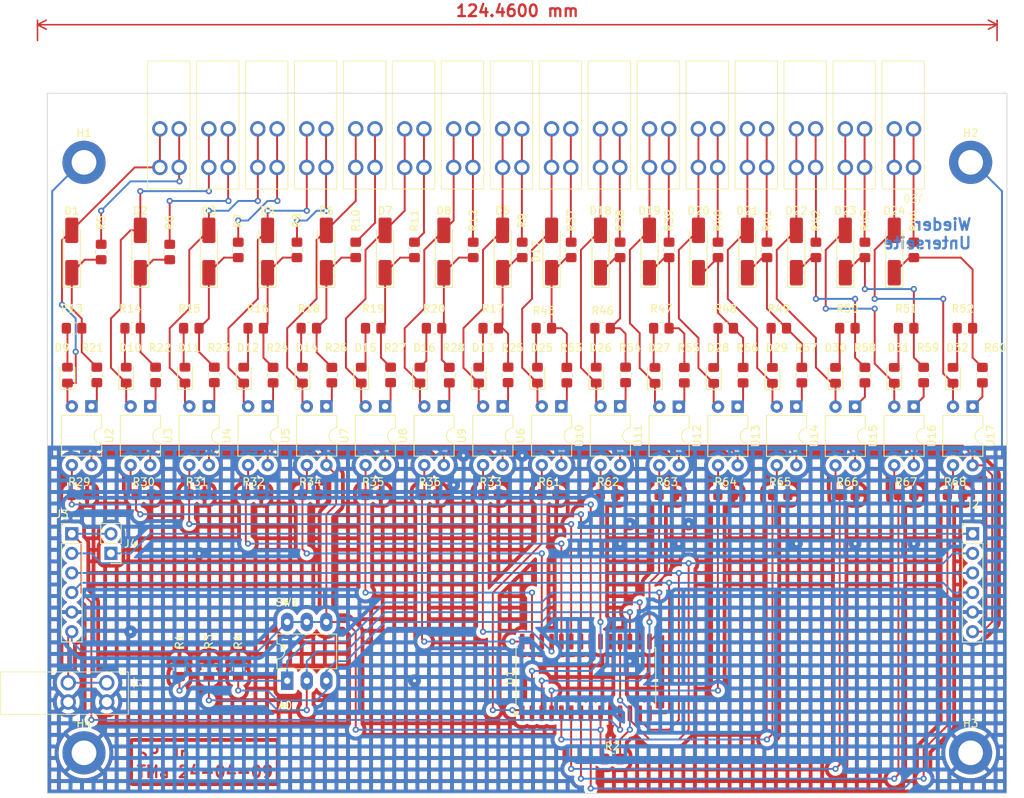
<source format=kicad_pcb>
(kicad_pcb (version 20221018) (generator pcbnew)
  (title_block (comment 4 "AISLER Project ID: QFPPSDZO"))
  (layers (0 "F.Cu" signal) (31 "B.Cu" signal) (34 "B.Paste" user) (35 "F.Paste" user) (36 "B.SilkS" user "B.Silkscreen") (37 "F.SilkS" user "F.Silkscreen") (38 "B.Mask" user) (39 "F.Mask" user) (44 "Edge.Cuts" user))
  (net 0 "")
  (net 1 "GND")
  (net 2 "Net-(D1-A)")
  (net 3 "Net-(D9-A)")
  (net 4 "Net-(D10-A)")
  (net 5 "Net-(D11-A)")
  (net 6 "Net-(D12-A)")
  (net 7 "Net-(D13-A)")
  (net 8 "Net-(D14-A)")
  (net 9 "Net-(D15-A)")
  (net 10 "Net-(D16-A)")
  (net 11 "Net-(J2-Pin_1)")
  (net 12 "Net-(J2-Pin_2)")
  (net 13 "Net-(D1-K)")
  (net 14 "Net-(D2-K)")
  (net 15 "Net-(D10-K)")
  (net 16 "Net-(D3-K)")
  (net 17 "Net-(D11-K)")
  (net 18 "Net-(D4-K)")
  (net 19 "Net-(D12-K)")
  (net 20 "Net-(D5-K)")
  (net 21 "Net-(D13-K)")
  (net 22 "Net-(D6-K)")
  (net 23 "Net-(D14-K)")
  (net 24 "Net-(D7-K)")
  (net 25 "Net-(D15-K)")
  (net 26 "Net-(D8-K)")
  (net 27 "Net-(D16-K)")
  (net 28 "Net-(D17-K)")
  (net 29 "Net-(D17-A)")
  (net 30 "Net-(D18-K)")
  (net 31 "Net-(D18-A)")
  (net 32 "Net-(D19-K)")
  (net 33 "Net-(D19-A)")
  (net 34 "Net-(D20-K)")
  (net 35 "Net-(D20-A)")
  (net 36 "Net-(D21-K)")
  (net 37 "Net-(D21-A)")
  (net 38 "Net-(D22-K)")
  (net 39 "Net-(D22-A)")
  (net 40 "Net-(D23-K)")
  (net 41 "Net-(D23-A)")
  (net 44 "VDD")
  (net 45 "Net-(D24-K)")
  (net 46 "Net-(D24-A)")
  (net 47 "Net-(D25-A)")
  (net 48 "Net-(D26-A)")
  (net 49 "Net-(D27-A)")
  (net 50 "Net-(D28-A)")
  (net 51 "Net-(D29-A)")
  (net 52 "Net-(D30-A)")
  (net 53 "Net-(D31-A)")
  (net 54 "Net-(D32-A)")
  (net 55 "Net-(J2-Pin_3)")
  (net 56 "Net-(J2-Pin_4)")
  (net 57 "Net-(J5-Pad1)")
  (net 58 "Net-(J6-Pad1)")
  (net 59 "Net-(J7-Pad1)")
  (net 60 "Net-(J8-Pad1)")
  (net 61 "Net-(J9-Pad1)")
  (net 62 "Net-(J10-Pad1)")
  (net 63 "Net-(J11-Pad1)")
  (net 64 "Net-(J12-Pad1)")
  (net 65 "Net-(J13-Pad1)")
  (net 66 "Net-(J14-Pad1)")
  (net 67 "Net-(J15-Pad1)")
  (net 68 "Net-(J16-Pad1)")
  (net 69 "Net-(J17-Pad1)")
  (net 70 "Net-(J18-Pad1)")
  (net 71 "Net-(J19-Pad1)")
  (net 72 "Net-(U1-A0)")
  (net 73 "Net-(U1-~{RESET})")
  (net 74 "Net-(J3-Pin_1)")
  (net 75 "Net-(J20-Pad1)")
  (net 76 "Net-(R21-Pad2)")
  (net 77 "Net-(R22-Pad2)")
  (net 78 "Net-(R23-Pad2)")
  (net 79 "Net-(R24-Pad2)")
  (net 80 "Net-(R25-Pad2)")
  (net 81 "Net-(R26-Pad2)")
  (net 82 "Net-(R27-Pad2)")
  (net 83 "Net-(R28-Pad2)")
  (net 84 "/IN_1_1")
  (net 85 "/IN_1_2")
  (net 86 "/IN_1_3")
  (net 87 "/IN_1_4")
  (net 88 "/IN_1_5")
  (net 89 "/IN_1_6")
  (net 90 "/IN_1_7")
  (net 91 "/IN_1_8")
  (net 92 "Net-(R53-Pad2)")
  (net 93 "Net-(R54-Pad2)")
  (net 94 "Net-(R55-Pad2)")
  (net 95 "Net-(R56-Pad2)")
  (net 96 "Net-(R57-Pad2)")
  (net 97 "Net-(R58-Pad2)")
  (net 98 "Net-(R59-Pad2)")
  (net 99 "Net-(R60-Pad2)")
  (net 100 "/IN_2_1")
  (net 101 "/IN_2_2")
  (net 102 "/IN_2_3")
  (net 103 "/IN_2_4")
  (net 104 "/IN_2_5")
  (net 105 "/IN_2_6")
  (net 106 "/IN_2_7")
  (net 107 "/IN_2_8")
  (net 108 "Net-(U1-A1)")
  (net 109 "Net-(U1-A2)")
  (footprint "Connector_PinHeader_2.54mm:PinHeader_1x06_P2.54mm_Vertical" (layer "F.Cu") (at 18.415 83.175)
    (fp_text reference "J3")
    (fp_text value "SPI IN")
  )
  (footprint "Resistor_SMD:R_0805_2012Metric_Pad1.20x1.40mm_HandSolder" (layer "F.Cu") (at 42.275 56.515 180)
    (fp_text reference "R16")
    (fp_text value "680R")
  )
  (footprint "Resistor_SMD:R_0805_2012Metric_Pad1.20x1.40mm_HandSolder" (layer "F.Cu") (at 103.215 78.105)
    (fp_text reference "R64")
    (fp_text value "10k")
  )
  (footprint "Resistor_SMD:R_0805_2012Metric_Pad1.20x1.40mm_HandSolder" (layer "F.Cu") (at 76.835 46.355 -90)
    (fp_text reference "R9")
    (fp_text value "R")
  )
  (footprint "Resistor_SMD:R_0805_2012Metric_Pad1.20x1.40mm_HandSolder" (layer "F.Cu") (at 64.845 78.105)
    (fp_text reference "R36")
    (fp_text value "10k")
  )
  (footprint "Resistor_SMD:R_0805_2012Metric_Pad1.20x1.40mm_HandSolder" (layer "F.Cu") (at 72.755 56.515 180)
    (fp_text reference "R17")
    (fp_text value "680R")
  )
  (footprint "Resistor_SMD:R_0805_2012Metric_Pad1.20x1.40mm_HandSolder" (layer "F.Cu") (at 59.765 62.57 -90)
    (fp_text reference "R27")
    (fp_text value "82R")
  )
  (footprint "Package_DIP:DIP-4_W7.62mm" (layer "F.Cu") (at 120.015 66.685 -90)
    (fp_text reference "U15")
    (fp_text value "LTV-817")
  )
  (footprint "Resistor_SMD:R_0805_2012Metric_Pad1.20x1.40mm_HandSolder" (layer "F.Cu") (at 110.295 78.105)
    (fp_text reference "R65")
    (fp_text value "10k")
  )
  (footprint "LED_SMD:LED_0805_2012Metric_Pad1.15x1.40mm_HandSolder" (layer "F.Cu") (at 86.435 62.595 90)
    (fp_text reference "D26")
    (fp_text value "LED")
  )
  (footprint "Resistor_SMD:R_0805_2012Metric_Pad1.20x1.40mm_HandSolder" (layer "F.Cu") (at 41.985 78.105)
    (fp_text reference "R32")
    (fp_text value "10k")
  )
  (footprint "Package_DIP:DIP-4_W7.62mm" (layer "F.Cu") (at 51.445 66.65 -90)
    (fp_text reference "U7")
    (fp_text value "LTV-817")
  )
  (footprint "Resistor_SMD:R_0805_2012Metric_Pad1.20x1.40mm_HandSolder" (layer "F.Cu") (at 65.405 56.515 180)
    (fp_text reference "R20")
    (fp_text value "680R")
  )
  (footprint "Package_DIP:DIP-4_W7.62mm" (layer "F.Cu") (at 97.16 66.685 -90)
    (fp_text reference "U12")
    (fp_text value "LTV-817")
  )
  (footprint "Resistor_SMD:R_0805_2012Metric_Pad1.20x1.40mm_HandSolder" (layer "F.Cu") (at 88.535 112.395)
    (fp_text reference "R2")
    (fp_text value "10k")
  )
  (footprint "Resistor_SMD:R_0805_2012Metric_Pad1.20x1.40mm_HandSolder" (layer "F.Cu") (at 97.865 62.605 -90)
    (fp_text reference "R55")
    (fp_text value "82R")
  )
  (footprint "LED_SMD:LED_0805_2012Metric_Pad1.15x1.40mm_HandSolder" (layer "F.Cu") (at 40.715 62.595 90)
    (fp_text reference "D12")
    (fp_text value "LED")
  )
  (footprint "Resistor_SMD:R_0805_2012Metric_Pad1.20x1.40mm_HandSolder" (layer "F.Cu") (at 40.005 100.695 90)
    (fp_text reference "R4")
    (fp_text value "3k3")
  )
  (footprint "Resistor_SMD:R_0805_2012Metric_Pad1.20x1.40mm_HandSolder" (layer "F.Cu") (at 89.535 46.355 -90)
    (fp_text reference "R38")
    (fp_text value "R")
  )
  (footprint "LED_SMD:LED_0805_2012Metric_Pad1.15x1.40mm_HandSolder" (layer "F.Cu") (at 101.675 62.63 90)
    (fp_text reference "D28")
    (fp_text value "LED")
  )
  (footprint "Resistor_SMD:R_0805_2012Metric_Pad1.20x1.40mm_HandSolder" (layer "F.Cu") (at 18.71 56.515 180)
    (fp_text reference "R13")
    (fp_text value "680R")
  )
  (footprint "Package_DIP:DIP-4_W7.62mm" (layer "F.Cu") (at 135.255 66.675 -90)
    (fp_text reference "U17")
    (fp_text value "LTV-817")
  )
  (footprint "Resistor_SMD:R_0805_2012Metric_Pad1.20x1.40mm_HandSolder" (layer "F.Cu") (at 127.635 46.355 -90)
    (fp_text reference "R44")
    (fp_text value "R")
  )
  (footprint "Package_DIP:DIP-4_W7.62mm" (layer "F.Cu") (at 36.205 66.65 -90)
    (fp_text reference "U4")
    (fp_text value "LTV-817")
  )
  (footprint "Resistor_SMD:R_0805_2012Metric_Pad1.20x1.40mm_HandSolder" (layer "F.Cu") (at 90.245 62.57 -90)
    (fp_text reference "R54")
    (fp_text value "82R")
  )
  (footprint "Diode_SMD:D_MiniMELF_Handsoldering" (layer "F.Cu") (at 125.095 46.565 90)
    (fp_text reference "D24")
    (fp_text value "5,1V")
  )
  (footprint "Resistor_SMD:R_0805_2012Metric_Pad1.20x1.40mm_HandSolder" (layer "F.Cu") (at 36.905 62.57 -90)
    (fp_text reference "R23")
    (fp_text value "82R")
  )
  (footprint "Resistor_SMD:R_0805_2012Metric_Pad1.20x1.40mm_HandSolder" (layer "F.Cu") (at 121.285 62.595 -90)
    (fp_text reference "R58")
    (fp_text value "82R")
  )
  (footprint "Resistor_SMD:R_0805_2012Metric_Pad1.20x1.40mm_HandSolder" (layer "F.Cu") (at 19.395 78.105)
    (fp_text reference "R29")
    (fp_text value "10k")
  )
  (footprint "Diode_SMD:D_MiniMELF_Handsoldering" (layer "F.Cu") (at 112.395 46.565 90)
    (fp_text reference "D22")
    (fp_text value "5,1V")
  )
  (footprint "Resistor_SMD:R_0805_2012Metric_Pad1.20x1.40mm_HandSolder" (layer "F.Cu") (at 49.165 56.515 180)
    (fp_text reference "R18")
    (fp_text value "680R")
  )
  (footprint "Resistor_SMD:R_0805_2012Metric_Pad1.20x1.40mm_HandSolder" (layer "F.Cu") (at 57.515 56.515 180)
    (fp_text reference "R19")
    (fp_text value "680R")
  )
  (footprint "MountingHole:MountingHole_3.2mm_M3_DIN965_Pad_TopBottom" (layer "F.Cu") (at 135 35)
    (fp_text reference "H2")
    (fp_text value "MountingHole_Pad")
  )
  (footprint "Package_DIP:DIP-4_W7.62mm" (layer "F.Cu") (at 74.3 66.65 -90)
    (fp_text reference "U6")
    (fp_text value "LTV-817")
  )
  (footprint "Package_DIP:DIP-4_W7.62mm" (layer "F.Cu") (at 104.78 66.685 -90)
    (fp_text reference "U13")
    (fp_text value "LTV-817")
  )
  (footprint "Resistor_SMD:R_0805_2012Metric_Pad1.20x1.40mm_HandSolder" (layer "F.Cu") (at 82.625 62.595 -90)
    (fp_text reference "R53")
    (fp_text value "82R")
  )
  (footprint "Diode_SMD:D_MiniMELF_Handsoldering" (layer "F.Cu") (at 93.345 46.565 90)
    (fp_text reference "D19")
    (fp_text value "5,1V")
  )
  (footprint "Resistor_SMD:R_0805_2012Metric_Pad1.20x1.40mm_HandSolder" (layer "F.Cu") (at 32.385 100.695 90)
    (fp_text reference "R1")
    (fp_text value "3k3")
  )
  (footprint "parts_tma_1:AST_041-2" (layer "F.Cu") (at 120.245 33.655 180)
    (fp_text reference "J19" hide)
    (fp_text value "Sig_in_1")
  )
  (footprint "parts_tma_1:AST_041-2" (layer "F.Cu") (at 56.745 33.655 180)
    (fp_text reference "J9" hide)
    (fp_text value "Sig_in_1")
  )
  (footprint "Resistor_SMD:R_0805_2012Metric_Pad1.20x1.40mm_HandSolder" (layer "F.Cu") (at 87.265 56.515 180)
    (fp_text reference "R46")
    (fp_text value "680R")
  )
  (footprint "Diode_SMD:D_MiniMELF_Handsoldering" (layer "F.Cu") (at 86.995 46.565 90)
    (fp_text reference "D18")
    (fp_text value "5,1V")
  )
  (footprint "LED_SMD:LED_0805_2012Metric_Pad1.15x1.40mm_HandSolder" (layer "F.Cu") (at 63.575 62.595 90)
    (fp_text reference "D16")
    (fp_text value "LED")
  )
  (footprint "Resistor_SMD:R_0805_2012Metric_Pad1.20x1.40mm_HandSolder" (layer "F.Cu") (at 57.495 78.105)
    (fp_text reference "R35")
    (fp_text value "10k")
  )
  (footprint "LED_SMD:LED_0805_2012Metric_Pad1.15x1.40mm_HandSolder" (layer "F.Cu") (at 48.335 62.595 90)
    (fp_text reference "D14")
    (fp_text value "LED")
  )
  (footprint "Diode_SMD:D_MiniMELF_Handsoldering" (layer "F.Cu") (at 74.295 46.565 90)
    (fp_text reference "D5")
    (fp_text value "5,1V")
  )
  (footprint "Package_DIP:DIP-4_W7.62mm" (layer "F.Cu") (at 43.825 66.65 -90)
    (fp_text reference "U5")
    (fp_text value "LTV-817")
  )
  (footprint "LED_SMD:LED_0805_2012Metric_Pad1.15x1.40mm_HandSolder" (layer "F.Cu") (at 132.715 62.62 90)
    (fp_text reference "D32")
    (fp_text value "LED")
  )
  (footprint "parts_tma_1:AST_041-2" (layer "F.Cu") (at 50.395 33.655 180)
    (fp_text reference "J8" hide)
    (fp_text value "Sig_in_1")
  )
  (footprint "Resistor_SMD:R_0805_2012Metric_Pad1.20x1.40mm_HandSolder" (layer "F.Cu") (at 134.255 56.515 180)
    (fp_text reference "R52")
    (fp_text value "680R")
  )
  (footprint "LED_SMD:LED_0805_2012Metric_Pad1.15x1.40mm_HandSolder" (layer "F.Cu") (at 17.855 62.595 90)
    (fp_text reference "D9")
    (fp_text value "LED")
  )
  (footprint "Diode_SMD:D_MiniMELF_Handsoldering" (layer "F.Cu") (at 27.305 46.565 90)
    (fp_text reference "D2")
    (fp_text value "5,1V")
  )
  (footprint "Resistor_SMD:R_0805_2012Metric_Pad1.20x1.40mm_HandSolder" (layer "F.Cu") (at 21.665 62.57 -90)
    (fp_text reference "R21")
    (fp_text value "82R")
  )
  (footprint "Resistor_SMD:R_0805_2012Metric_Pad1.20x1.40mm_HandSolder" (layer "F.Cu") (at 55.245 46.355 -90)
    (fp_text reference "R10")
    (fp_text value "R")
  )
  (footprint "parts_tma_1:AST_041-2" (layer "F.Cu") (at 37.695 33.655 180)
    (fp_text reference "J6" hide)
    (fp_text value "Sig_in_1")
  )
  (footprint "Package_DIP:DIP-4_W7.62mm" (layer "F.Cu") (at 127.635 66.675 -90)
    (fp_text reference "U16")
    (fp_text value "LTV-817")
  )
  (footprint "parts_tma_1:AST_041-2" (layer "F.Cu") (at 113.895 33.655 180)
    (fp_text reference "J18" hide)
    (fp_text value "Sig_in_1")
  )
  (footprint "Resistor_SMD:R_0805_2012Metric_Pad1.20x1.40mm_HandSolder" (layer "F.Cu") (at 94.885 56.515 180)
    (fp_text reference "R47")
    (fp_text value "680R")
  )
  (footprint "Package_DIP:DIP-4_W7.62mm" (layer "F.Cu") (at 66.68 66.65 -90)
    (fp_text reference "U9")
    (fp_text value "LTV-817")
  )
  (footprint "Resistor_SMD:R_0805_2012Metric_Pad1.20x1.40mm_HandSolder" (layer "F.Cu") (at 52.145 62.595 -90)
    (fp_text reference "R26")
    (fp_text value "82R")
  )
  (footprint "parts_tma_1:AST_041-2" (layer "F.Cu") (at 44.045 33.655 180)
    (fp_text reference "J7" hide)
    (fp_text value "Sig_in_1")
  )
  (footprint "Resistor_SMD:R_0805_2012Metric_Pad1.20x1.40mm_HandSolder" (layer "F.Cu") (at 27.745 78.105)
    (fp_text reference "R30")
    (fp_text value "10k")
  )
  (footprint "Resistor_SMD:R_0805_2012Metric_Pad1.20x1.40mm_HandSolder" (layer "F.Cu") (at 47.625 46.355 -90)
    (fp_text reference "R8")
    (fp_text value "R")
  )
  (footprint "Package_DIP:DIP-4_W7.62mm" (layer "F.Cu") (at 89.54 66.65 -90)
    (fp_text reference "U11")
    (fp_text value "LTV-817")
  )
  (footprint "Resistor_SMD:R_0805_2012Metric_Pad1.20x1.40mm_HandSolder" (layer "F.Cu") (at 126.635 56.515 180)
    (fp_text reference "R51")
    (fp_text value "680R")
  )
  (footprint "Connector_PinHeader_2.54mm:PinHeader_1x02_P2.54mm_Vertical" (layer "F.Cu") (at 23.495 85.715 180)
    (fp_text reference "J4")
    (fp_text value "/CS  THROUGH")
  )
  (footprint "Resistor_SMD:R_0805_2012Metric_Pad1.20x1.40mm_HandSolder" (layer "F.Cu") (at 29.285 62.57 -90)
    (fp_text reference "R22")
    (fp_text value "82R")
  )
  (footprint "Package_DIP:DIP-4_W7.62mm" (layer "F.Cu") (at 20.965 66.65 -90)
    (fp_text reference "U2")
    (fp_text value "LTV-817")
  )
  (footprint "Resistor_SMD:R_0805_2012Metric_Pad1.20x1.40mm_HandSolder" (layer "F.Cu") (at 49.335 78.105)
    (fp_text reference "R34")
    (fp_text value "10k")
  )
  (footprint "Resistor_SMD:R_0805_2012Metric_Pad1.20x1.40mm_HandSolder" (layer "F.Cu") (at 22.225 46.625 -90)
    (fp_text reference "R5")
    (fp_text value "R")
  )
  (footprint "parts_tma_1:AST_041-2" (layer "F.Cu") (at 20.955 103.495 -90)
    (fp_text reference "J1")
    (fp_text value "PWR")
  )
  (footprint "Resistor_SMD:R_0805_2012Metric_Pad1.20x1.40mm_HandSolder" (layer "F.Cu") (at 126.635 78.105)
    (fp_text reference "R67")
    (fp_text value "10k")
  )
  (footprint "Resistor_SMD:R_0805_2012Metric_Pad1.20x1.40mm_HandSolder" (layer "F.Cu") (at 114.935 46.355 -90)
    (fp_text reference "R42")
    (fp_text value "R")
  )
  (footprint "Resistor_SMD:R_0805_2012Metric_Pad1.20x1.40mm_HandSolder" (layer "F.Cu") (at 136.525 62.595 -90)
    (fp_text reference "R60")
    (fp_text value "82R")
  )
  (footprint "LED_SMD:LED_0805_2012Metric_Pad1.15x1.40mm_HandSolder" (layer "F.Cu") (at 94.055 62.63 90)
    (fp_text reference "D27")
    (fp_text value "LED")
  )
  (footprint "Resistor_SMD:R_0805_2012Metric_Pad1.20x1.40mm_HandSolder" (layer "F.Cu") (at 95.595 78.105)
    (fp_text reference "R63")
    (fp_text value "10k")
  )
  (footprint "LED_SMD:LED_0805_2012Metric_Pad1.15x1.40mm_HandSolder" (layer "F.Cu") (at 33.095 62.595 90)
    (fp_text reference "D11")
    (fp_text value "LED")
  )
  (footprint "Resistor_SMD:R_0805_2012Metric_Pad1.20x1.40mm_HandSolder" (layer "F.Cu") (at 95.885 46.355 -90)
    (fp_text reference "R39")
    (fp_text value "R")
  )
  (footprint "Diode_SMD:D_MiniMELF_Handsoldering" (layer "F.Cu") (at 36.195 46.565 90)
    (fp_text reference "D3")
    (fp_text value "5,1V")
  )
  (footprint "LED_SMD:LED_0805_2012Metric_Pad1.15x1.40mm_HandSolder" (layer "F.Cu") (at 109.295 62.63 90)
    (fp_text reference "D29")
    (fp_text value "LED")
  )
  (footprint "LED_SMD:LED_0805_2012Metric_Pad1.15x1.40mm_HandSolder" (layer "F.Cu") (at 55.955 62.595 90)
    (fp_text reference "D15")
    (fp_text value "LED")
  )
  (footprint "LED_SMD:LED_0805_2012Metric_Pad1.15x1.40mm_HandSolder" (layer "F.Cu") (at 117.475 62.62 90)
    (fp_text reference "D30")
    (fp_text value "LED")
  )
  (footprint "Resistor_SMD:R_0805_2012Metric_Pad1.20x1.40mm_HandSolder" (layer "F.Cu") (at 36.195 100.695 90)
    (fp_text reference "R3")
    (fp_text value "3k3")
  )
  (footprint "parts_tma_1:AST_041-2" (layer "F.Cu") (at 107.545 33.655 180)
    (fp_text reference "J17" hide)
    (fp_text value "Sig_in_1")
  )
  (footprint "parts_tma_1:AST_041-2" (layer "F.Cu") (at 31.345 33.655 180)
    (fp_text reference "J5" hide)
    (fp_text value "Sig_in_1")
  )
  (footprint "LED_SMD:LED_0805_2012Metric_Pad1.15x1.40mm_HandSolder" (layer "F.Cu") (at 78.815 62.595 90)
    (fp_text reference "D25")
    (fp_text value "LED")
  )
  (footprint "Package_DIP:DIP-6_W7.62mm_LongPads" (layer "F.Cu") (at 46.355 102.235 90)
    (fp_text reference "SW1")
    (fp_text value "SW_DIP_x03")
  )
  (footprint "Package_SO:SOIC-28W_7.5x17.9mm_P1.27mm" (layer "F.Cu") (at 85.09 101.805 90)
    (fp_text reference "U1")
    (fp_text value "MCP23S17_SO")
  )
  (footprint "Package_DIP:DIP-4_W7.62mm" (layer "F.Cu") (at 59.06 66.65 -90)
    (fp_text reference "U8")
    (fp_text value "LTV-817")
  )
  (footprint "Resistor_SMD:R_0805_2012Metric_Pad1.20x1.40mm_HandSolder" (layer "F.Cu") (at 80.355 78.105)
    (fp_text reference "R61")
    (fp_text value "10k")
  )
  (footprint "Diode_SMD:D_MiniMELF_Handsoldering" (layer "F.Cu") (at 106.045 46.565 90)
    (fp_text reference "D21")
    (fp_text value "5,1V")
  )
  (footprint "Diode_SMD:D_MiniMELF_Handsoldering" (layer "F.Cu") (at 18.415 46.565 90)
    (fp_text reference "D1")
    (fp_text value "5,1V")
  )
  (footprint "parts_tma_1:AST_041-2" (layer "F.Cu") (at 94.845 33.655 180)
    (fp_text reference "J15" hide)
    (fp_text value "Sig_in_1")
  )
  (footprint "Diode_SMD:D_MiniMELF_Handsoldering" (layer "F.Cu") (at 80.645 46.565 90)
    (fp_text reference "D17")
    (fp_text value "5,1V")
  )
  (footprint "Resistor_SMD:R_0805_2012Metric_Pad1.20x1.40mm_HandSolder" (layer "F.Cu") (at 128.905 62.585 -90)
    (fp_text reference "R59")
    (fp_text value "82R")
  )
  (footprint "Resistor_SMD:R_0805_2012Metric_Pad1.20x1.40mm_HandSolder" (layer "F.Cu") (at 110.125 56.515 180)
    (fp_text reference "R49")
    (fp_text value "680R")
  )
  (footprint "Resistor_SMD:R_0805_2012Metric_Pad1.20x1.40mm_HandSolder" (layer "F.Cu") (at 26.305 56.515 180)
    (fp_text reference "R14")
    (fp_text value "680R")
  )
  (footprint "Resistor_SMD:R_0805_2012Metric_Pad1.20x1.40mm_HandSolder" (layer "F.Cu") (at 34.635 78.105)
    (fp_text reference "R31")
    (fp_text value "10k")
  )
  (footprint "Resistor_SMD:R_0805_2012Metric_Pad1.20x1.40mm_HandSolder" (layer "F.Cu") (at 31.115 46.625 -90)
    (fp_text reference "R6")
    (fp_text value "R")
  )
  (footprint "parts_tma_1:AST_041-2" (layer "F.Cu") (at 126.595 33.655 180)
    (fp_text reference "J20")
    (fp_text value "Sig_in_1")
  )
  (footprint "MountingHole:MountingHole_3.2mm_M3_DIN965_Pad_TopBottom" (layer "F.Cu") (at 20 35)
    (fp_text reference "H1")
    (fp_text value "MountingHole_Pad")
  )
  (footprint "Resistor_SMD:R_0805_2012Metric_Pad1.20x1.40mm_HandSolder" (layer "F.Cu") (at 121.285 46.355 -90)
    (fp_text reference "R43")
    (fp_text value "R")
  )
  (footprint "Resistor_SMD:R_0805_2012Metric_Pad1.20x1.40mm_HandSolder" (layer "F.Cu") (at 113.105 62.595 -90)
    (fp_text reference "R57")
    (fp_text value "82R")
  )
  (footprint "Diode_SMD:D_MiniMELF_Handsoldering" (layer "F.Cu") (at 66.675 46.565 90)
    (fp_text reference "D8")
    (fp_text value "5,1V")
  )
  (footprint "Package_DIP:DIP-4_W7.62mm" (layer "F.Cu") (at 81.92 66.65 -90)
    (fp_text reference "U10")
    (fp_text value "LTV-817")
  )
  (footprint "Diode_SMD:D_MiniMELF_Handsoldering" (layer "F.Cu") (at 51.435 46.565 90)
    (fp_text reference "D6")
    (fp_text value "5,1V")
  )
  (footprint "Resistor_SMD:R_0805_2012Metric_Pad1.20x1.40mm_HandSolder" (layer "F.Cu") (at 105.485 62.605 -90)
    (fp_text reference "R56")
    (fp_text value "82R")
  )
  (footprint "MountingHole:MountingHole_3.2mm_M3_DIN965_Pad_TopBottom" (layer "F.Cu") (at 20 111.585)
    (fp_text reference "H4")
    (fp_text value "MountingHole_Pad")
  )
  (footprint "Resistor_SMD:R_0805_2012Metric_Pad1.20x1.40mm_HandSolder" (layer "F.Cu") (at 70.485 46.355 -90)
    (fp_text reference "R12")
    (fp_text value "R")
  )
  (footprint "parts_tma_1:AST_041-2" (layer "F.Cu") (at 101.195 33.655 180)
    (fp_text reference "J16" hide)
    (fp_text value "Sig_in_1")
  )
  (footprint "Resistor_SMD:R_0805_2012Metric_Pad1.20x1.40mm_HandSolder" (layer "F.Cu") (at 103.235 56.515 180)
    (fp_text reference "R48")
    (fp_text value "680R")
  )
  (footprint "MountingHole:MountingHole_3.2mm_M3_DIN965_Pad_TopBottom" (layer "F.Cu") (at 135 111.585)
    (fp_text reference "H3")
    (fp_text value "MountingHole_Pad")
  )
  (footprint "parts_tma_1:AST_041-2" (layer "F.Cu") (at 82.145 33.655 180)
    (fp_text reference "J13" hide)
    (fp_text value "Sig_in_1")
  )
  (footprint "Diode_SMD:D_MiniMELF_Handsoldering" (layer "F.Cu") (at 59.055 46.565 90)
    (fp_text reference "D7")
    (fp_text value "5,1V")
  )
  (footprint "Diode_SMD:D_MiniMELF_Handsoldering" (layer "F.Cu") (at 43.815 46.565 90)
    (fp_text reference "D4")
    (fp_text value "5,1V")
  )
  (footprint "parts_tma_1:AST_041-2" (layer "F.Cu") (at 75.795 33.655 180)
    (fp_text reference "J12" hide)
    (fp_text value "Sig_in_1")
  )
  (footprint "Resistor_SMD:R_0805_2012Metric_Pad1.20x1.40mm_HandSolder" (layer "F.Cu") (at 75.005 62.57 -90)
    (fp_text reference "R25")
    (fp_text value "82R")
  )
  (footprint "LED_SMD:LED_0805_2012Metric_Pad1.15x1.40mm_HandSolder" (layer "F.Cu") (at 25.475 62.595 90)
    (fp_text reference "D10")
    (fp_text value "LED")
  )
  (footprint "Resistor_SMD:R_0805_2012Metric_Pad1.20x1.40mm_HandSolder" (layer "F.Cu") (at 33.925 56.515 180)
    (fp_text reference "R15")
    (fp_text value "680R")
  )
  (footprint "parts_tma_1:AST_041-2" (layer "F.Cu") (at 69.445 33.655 180)
    (fp_text reference "J11" hide)
    (fp_text value "Sig_in_1")
  )
  (footprint "Package_DIP:DIP-4_W7.62mm" (layer "F.Cu") (at 112.395 66.675 -90)
    (fp_text reference "U14")
    (fp_text value "LTV-817")
  )
  (footprint "Resistor_SMD:R_0805_2012Metric_Pad1.20x1.40mm_HandSolder" (layer "F.Cu") (at 108.585 46.355 -90)
    (fp_text reference "R41")
    (fp_text value "R")
  )
  (footprint "Resistor_SMD:R_0805_2012Metric_Pad1.20x1.40mm_HandSolder" (layer "F.Cu") (at 87.975 78.105)
    (fp_text reference "R62")
    (fp_text value "10k")
  )
  (footprint "LED_SMD:LED_0805_2012Metric_Pad1.15x1.40mm_HandSolder" (layer "F.Cu") (at 125.095 62.62 90)
    (fp_text reference "D31")
    (fp_text value "LED")
  )
  (footprint "Diode_SMD:D_MiniMELF_Handsoldering" (layer "F.Cu") (at 99.695 46.565 90)
    (fp_text reference "D20")
    (fp_text value "5,1V")
  )
  (footprint "Resistor_SMD:R_0805_2012Metric_Pad1.20x1.40mm_HandSolder" (layer "F.Cu") (at 62.865 46.355 -90)
    (fp_text reference "R11")
    (fp_text value "R")
  )
  (footprint "Resistor_SMD:R_0805_2012Metric_Pad1.20x1.40mm_HandSolder" (layer "F.Cu") (at 79.645 56.515 180)
    (fp_text reference "R45")
    (fp_text value "680R")
  )
  (footprint "Connector_PinHeader_2.54mm:PinHeader_1x06_P2.54mm_Vertical" (layer "F.Cu") (at 135.255 83.175)
    (fp_text reference "J2")
    (fp_text value "SPI THROUGH")
  )
  (footprint "Resistor_SMD:R_0805_2012Metric_Pad1.20x1.40mm_HandSolder" (layer "F.Cu") (at 40.005 46.355 -90)
    (fp_text reference "R7")
    (fp_text value "R")
  )
  (footprint "Resistor_SMD:R_0805_2012Metric_Pad1.20x1.40mm_HandSolder" (layer "F.Cu") (at 119.015 56.515 180)
    (fp_text reference "R50")
    (fp_text value "680R")
  )
  (footprint "Resistor_SMD:R_0805_2012Metric_Pad1.20x1.40mm_HandSolder" (layer "F.Cu") (at 102.235 46.355 -90)
    (fp_text reference "R40")
    (fp_text value "R")
  )
  (footprint "parts_tma_1:AST_041-2" (layer "F.Cu") (at 63.095 33.655 180)
    (fp_text reference "J10" hide)
    (fp_text value "Sig_in_1")
  )
  (footprint "parts_tma_1:AST_041-2" (layer "F.Cu") (at 88.495 33.655 180)
    (fp_text reference "J14" hide)
    (fp_text value "Sig_in_1")
  )
  (footprint "Resistor_SMD:R_0805_2012Metric_Pad1.20x1.40mm_HandSolder" (layer "F.Cu") (at 132.985 78.105)
    (fp_text reference "R68")
    (fp_text value "10k")
  )
  (footprint "Diode_SMD:D_MiniMELF_Handsoldering" (layer "F.Cu") (at 118.745 46.565 90)
    (fp_text reference "D23")
    (fp_text value "5,1V")
  )
  (footprint "Resistor_SMD:R_0805_2012Metric_Pad1.20x1.40mm_HandSolder" (layer "F.Cu") (at 83.185 46.355 -90)
    (fp_text reference "R37")
    (fp_text value "R")
  )
  (footprint "Resistor_SMD:R_0805_2012Metric_Pad1.20x1.40mm_HandSolder" (layer "F.Cu") (at 44.525 62.595 -90)
    (fp_text reference "R24")
    (fp_text value "82R")
  )
  (footprint "Resistor_SMD:R_0805_2012Metric_Pad1.20x1.40mm_HandSolder" (layer "F.Cu") (at 67.385 62.595 -90)
    (fp_text reference "R28")
    (fp_text value "82R")
  )
  (footprint "Resistor_SMD:R_0805_2012Metric_Pad1.20x1.40mm_HandSolder" (layer "F.Cu") (at 119.015 78.105)
    (fp_text reference "R66")
    (fp_text value "10k")
  )
  (footprint "Package_DIP:DIP-4_W7.62mm" (layer "F.Cu") (at 28.585 66.65 -90)
    (fp_text reference "U3")
    (fp_text value "LTV-817")
  )
  (footprint "LED_SMD:LED_0805_2012Metric_Pad1.15x1.40mm_HandSolder" (layer "F.Cu") (at 71.195 62.595 90)
    (fp_text reference "D13")
    (fp_text value "LED")
  )
  (footprint "Resistor_SMD:R_0805_2012Metric_Pad1.20x1.40mm_HandSolder" (layer "F.Cu") (at 72.735 78.105)
    (fp_text reference "R33")
    (fp_text value "10k")
  )
  (gr_rect (start 15.24 26.035) (end 139.7 116.84) (stroke (width 0.1)) (fill none) (layer "Edge.Cuts"))
  (gr_text "SPI In\nTMa 24-04-09" (at 26.67 114.935) (layer "F.Cu") (effects (font (size 1.5 1.5) (thickness 0.3) bold) (justify left bottom)))
  (gr_text "Wieder\nUnterseite" (at 135.255 46.355) (layer "B.Cu") (effects (font (size 1.5 1.5) (thickness 0.3) bold) (justify left bottom mirror)))
  (gr_text "A0" (at 45.085 106.045) (layer "F.SilkS") (effects (font (size 1 1)) (justify left bottom)))
  (dimension (type orthogonal) (layer "F.Cu") (pts (xy 13.97 19.685) (xy 138.43 19.685)) (height -2.54) (orientation 0) (gr_text "124,4600 mm" (at 76.2 15.345) (layer "F.Cu") (effects (font (size 1.5 1.5) (thickness 0.3)))) (format (prefix "") (suffix "") (units 3) (units_format 1) (precision 4)) (style (thickness 0.2) (arrow_length 1.27) (text_position_mode 0) (extension_height 0.58642) (extension_offset 0.5) keep_text_aligned))
  (via (at 76.835 73.025) (size 0.8) (drill 0.4) (layers "F.Cu" "B.Cu") (net 1))
  (via (at 62.865 102.235) (size 0.8) (drill 0.4) (layers "F.Cu" "B.Cu") (net 1))
  (via (at 69.215 73.025) (size 0.8) (drill 0.4) (layers "F.Cu" "B.Cu") (net 1))
  (via (at 34.925 85.725) (size 0.8) (drill 0.4) (layers "F.Cu" "B.Cu") (net 1))
  (via (at 90.805 99.695) (size 0.8) (drill 0.4) (layers "F.Cu" "B.Cu") (net 1))
  (via (at 89.535 84.455) (size 0.8) (drill 0.4) (layers "F.Cu" "B.Cu") (net 1))
  (via (at 98.425 81.915) (size 0.8) (drill 0.4) (layers "F.Cu" "B.Cu") (net 1))
  (via (at 81.28 76.2) (size 0.8) (drill 0.4) (layers "F.Cu" "B.Cu") (net 1))
  (via (at 67.945 76.835) (size 0.8) (drill 0.4) (layers "F.Cu" "B.Cu") (net 1))
  (via (at 97.155 84.455) (size 0.8) (drill 0.4) (layers "F.Cu" "B.Cu") (net 1))
  (via (at 127.635 84.455) (size 0.8) (drill 0.4) (layers "F.Cu" "B.Cu") (net 1))
  (via (at 120.015 84.455) (size 0.8) (drill 0.4) (layers "F.Cu" "B.Cu") (net 1))
  (via (at 90.805 81.915) (size 0.8) (drill 0.4) (layers "F.Cu" "B.Cu") (net 1))
  (via (at 112.395 84.455) (size 0.8) (drill 0.4) (layers "F.Cu" "B.Cu") (net 1))
  (via (at 26.035 95.885) (size 0.8) (drill 0.4) (layers "F.Cu" "B.Cu") (net 1))
  (segment (start 15.875 38.735) (end 15.875 73.025) (width 0.25) (layer "B.Cu") (net 1))
  (segment (start 139.065 38.735) (end 139.065 73.025) (width 0.25) (layer "B.Cu") (net 1))
  (segment (start 20 35) (end 19.61 35) (width 0.25) (layer "B.Cu") (net 1))
  (segment (start 135 35) (end 135.33 35) (width 0.25) (layer "B.Cu") (net 1))
  (segment (start 135.33 35) (end 139.065 38.735) (width 0.25) (layer "B.Cu") (net 1))
  (segment (start 19.61 35) (end 15.875 38.735) (width 0.25) (layer "B.Cu") (net 1))
  (segment (start 29.845 30.655) (end 29.845 35.655) (width 0.25) (layer "F.Cu") (net 2))
  (segment (start 18.93 59.57) (end 18.923 59.563) (width 0.25) (layer "F.Cu") (net 2))
  (segment (start 17.855 66.08) (end 18.425 66.65) (width 0.25) (layer "F.Cu") (net 2))
  (segment (start 18.415 43.815) (end 17.145 45.085) (width 0.25) (layer "F.Cu") (net 2))
  (segment (start 29.845 35.655) (end 26.575 35.655) (width 0.25) (layer "F.Cu") (net 2))
  (segment (start 17.855 63.62) (end 17.855 66.08) (width 0.25) (layer "F.Cu") (net 2))
  (segment (start 26.575 35.655) (end 18.415 43.815) (width 0.25) (layer "F.Cu") (net 2))
  (segment (start 18.93 63.62) (end 18.93 59.57) (width 0.25) (layer "F.Cu") (net 2))
  (segment (start 17.145 45.085) (end 17.145 53.467) (width 0.25) (layer "F.Cu") (net 2))
  (segment (start 17.855 63.62) (end 18.93 63.62) (width 0.25) (layer "F.Cu") (net 2))
  (via (at 17.145 53.467) (size 0.8) (drill 0.4) (layers "F.Cu" "B.Cu") (net 2))
  (via (at 18.923 59.563) (size 0.8) (drill 0.4) (layers "F.Cu" "B.Cu") (net 2))
  (segment (start 18.923 55.245) (end 17.145 53.467) (width 0.25) (layer "B.Cu") (net 2))
  (segment (start 18.923 59.563) (end 18.923 55.245) (width 0.25) (layer "B.Cu") (net 2))
  (segment (start 17.855 61.57) (end 17.855 56.66) (width 0.25) (layer "F.Cu") (net 3))
  (segment (start 17.855 56.66) (end 17.71 56.515) (width 0.25) (layer "F.Cu") (net 3))
  (segment (start 25.305 61.4) (end 25.475 61.57) (width 0.25) (layer "F.Cu") (net 4))
  (segment (start 25.305 56.515) (end 25.305 61.4) (width 0.25) (layer "F.Cu") (net 4))
  (segment (start 32.925 56.515) (end 32.925 61.4) (width 0.25) (layer "F.Cu") (net 5))
  (segment (start 32.925 61.4) (end 33.095 61.57) (width 0.25) (layer "F.Cu") (net 5))
  (segment (start 41.275 61.01) (end 40.715 61.57) (width 0.25) (layer "F.Cu") (net 6))
  (segment (start 41.275 56.515) (end 41.275 61.01) (width 0.25) (layer "F.Cu") (net 6))
  (segment (start 71.755 56.515) (end 71.755 61.01) (width 0.25) (layer "F.Cu") (net 7))
  (segment (start 71.755 61.01) (end 71.195 61.57) (width 0.25) (layer "F.Cu") (net 7))
  (segment (start 48.165 61.4) (end 48.335 61.57) (width 0.25) (layer "F.Cu") (net 8))
  (segment (start 48.165 56.515) (end 48.165 61.4) (width 0.25) (layer "F.Cu") (net 8))
  (segment (start 56.515 56.515) (end 56.515 61.01) (width 0.25) (layer "F.Cu") (net 9))
  (segment (start 56.515 61.01) (end 55.955 61.57) (width 0.25) (layer "F.Cu") (net 9))
  (segment (start 64.405 60.74) (end 63.575 61.57) (width 0.25) (layer "F.Cu") (net 10))
  (segment (start 64.405 56.515) (end 64.405 60.74) (width 0.25) (layer "F.Cu") (net 10))
  (segment (start 135.255 83.175) (end 28.585 83.175) (width 0.25) (layer "B.Cu") (net 11))
  (segment (start 26.025 85.715) (end 23.495 85.715) (width 0.25) (layer "B.Cu") (net 11))
  (segment (start 26.035 85.725) (end 26.025 85.715) (width 0.25) (layer "B.Cu") (net 11))
  (segment (start 28.585 83.175) (end 26.035 85.725) (width 0.25) (layer "B.Cu") (net 11))
  (segment (start 97.155 109.855) (end 98.425 108.585) (width 0.25) (layer "F.Cu") (net 12))
  (segment (start 98.425 108.585) (end 98.425 86.995) (width 0.25) (layer "F.Cu") (net 12))
  (segment (start 93.345 109.855) (end 97.155 109.855) (width 0.25) (layer "F.Cu") (net 12))
  (segment (start 90.805 107.315) (end 93.345 109.855) (width 0.25) (layer "F.Cu") (net 12))
  (segment (start 90.805 106.455) (end 90.805 107.315) (width 0.25) (layer "F.Cu") (net 12))
  (via (at 98.425 86.995) (size 0.8) (drill 0.4) (layers "F.Cu" "B.Cu") (net 12))
  (segment (start 85.725 86.995) (end 86.995 86.995) (width 0.25) (layer "B.Cu") (net 12))
  (segment (start 22.225 86.995) (end 85.725 86.995) (width 0.25) (layer "B.Cu") (net 12))
  (segment (start 132.725 85.715) (end 131.445 86.995) (width 0.25) (layer "B.Cu") (net 12))
  (segment (start 20.945 85.715) (end 22.225 86.995) (width 0.25) (layer "B.Cu") (net 12))
  (segment (start 18.415 85.715) (end 20.945 85.715) (width 0.25) (layer "B.Cu") (net 12))
  (segment (start 131.445 86.995) (end 98.425 86.995) (width 0.25) (layer "B.Cu") (net 12))
  (segment (start 98.425 86.995) (end 86.995 86.995) (width 0.25) (layer "B.Cu") (net 12))
  (segment (start 135.255 85.715) (end 132.725 85.715) (width 0.25) (layer "B.Cu") (net 12))
  (segment (start 19.71 59.615) (end 21.665 61.57) (width 0.25) (layer "F.Cu") (net 13))
  (segment (start 20.105 47.625) (end 18.415 49.315) (width 0.25) (layer "F.Cu") (net 13))
  (segment (start 19.71 55.27) (end 19.71 56.515) (width 0.25) (layer "F.Cu") (net 13))
  (segment (start 22.225 47.625) (end 20.105 47.625) (width 0.25) (layer "F.Cu") (net 13))
  (segment (start 18.415 49.315) (end 18.415 53.975) (width 0.25) (layer "F.Cu") (net 13))
  (segment (start 18.415 53.975) (end 19.71 55.27) (width 0.25) (layer "F.Cu") (net 13))
  (segment (start 19.71 56.515) (end 19.71 59.615) (width 0.25) (layer "F.Cu") (net 13))
  (segment (start 31.115 47.625) (end 28.995 47.625) (width 0.25) (layer "F.Cu") (net 14))
  (segment (start 27.305 59.59) (end 29.285 61.57) (width 0.25) (layer "F.Cu") (net 14))
  (segment (start 27.305 49.315) (end 27.305 56.515) (width 0.25) (layer "F.Cu") (net 14))
  (segment (start 28.995 47.625) (end 27.305 49.315) (width 0.25) (layer "F.Cu") (net 14))
  (segment (start 27.305 56.515) (end 27.305 59.59) (width 0.25) (layer "F.Cu") (net 14))
  (segment (start 27.305 38.735) (end 27.305 43.815) (width 0.25) (layer "F.Cu") (net 15))
  (segment (start 24.765 53.975) (end 23.495 55.245) (width 0.25) (layer "F.Cu") (net 15))
  (segment (start 36.195 35.655) (end 36.195 38.735) (width 0.25) (layer "F.Cu") (net 15))
  (segment (start 26.035 43.815) (end 24.765 45.085) (width 0.25) (layer "F.Cu") (net 15))
  (segment (start 24.765 45.085) (end 24.765 53.975) (width 0.25) (layer "F.Cu") (net 15))
  (segment (start 36.195 30.655) (end 36.195 35.655) (width 0.25) (layer "F.Cu") (net 15))
  (segment (start 27.305 43.815) (end 26.035 43.815) (width 0.25) (layer "F.Cu") (net 15))
  (segment (start 23.495 61.64) (end 25.475 63.62) (width 0.25) (layer "F.Cu") (net 15))
  (segment (start 25.475 63.62) (end 25.475 66.08) (width 0.25) (layer "F.Cu") (net 15))
  (segment (start 25.475 66.08) (end 26.045 66.65) (width 0.25) (layer "F.Cu") (net 15))
  (segment (start 23.495 55.245) (end 23.495 61.64) (width 0.25) (layer "F.Cu") (net 15))
  (via (at 27.305 38.735) (size 0.8) (drill 0.4) (layers "F.Cu" "B.Cu") (net 15))
  (via (at 36.195 38.735) (size 0.8) (drill 0.4) (layers "F.Cu" "B.Cu") (net 15))
  (segment (start 36.195 38.735) (end 27.305 38.735) (width 0.25) (layer "B.Cu") (net 15))
  (segment (start 40.005 47.355) (end 38.155 47.355) (width 0.25) (layer "F.Cu") (net 16))
  (segment (start 36.195 49.315) (end 36.195 55.245) (width 0.25) (layer "F.Cu") (net 16))
  (segment (start 34.925 59.59) (end 36.905 61.57) (width 0.25) (layer "F.Cu") (net 16))
  (segment (start 38.155 47.355) (end 36.195 49.315) (width 0.25) (layer "F.Cu") (net 16))
  (segment (start 34.925 56.515) (end 34.925 59.59) (width 0.25) (layer "F.Cu") (net 16))
  (segment (start 36.195 55.245) (end 34.925 56.515) (width 0.25) (layer "F.Cu") (net 16))
  (segment (start 42.545 30.655) (end 42.545 35.655) (width 0.25) (layer "F.Cu") (net 17))
  (segment (start 42.545 35.655) (end 42.545 40.005) (width 0.25) (layer "F.Cu") (net 17))
  (segment (start 36.195 41.275) (end 36.195 43.815) (width 0.25) (layer "F.Cu") (net 17))
  (segment (start 33.655 53.975) (end 31.115 56.515) (width 0.25) (layer "F.Cu") (net 17))
  (segment (start 33.095 66.08) (end 33.665 66.65) (width 0.25) (layer "F.Cu") (net 17))
  (segment (start 36.195 43.815) (end 33.655 46.355) (width 0.25) (layer "F.Cu") (net 17))
  (segment (start 33.095 63.62) (end 33.095 66.08) (width 0.25) (layer "F.Cu") (net 17))
  (segment (start 31.115 61.64) (end 33.095 63.62) (width 0.25) (layer "F.Cu") (net 17))
  (segment (start 31.115 56.515) (end 31.115 61.64) (width 0.25) (layer "F.Cu") (net 17))
  (segment (start 33.655 46.355) (end 33.655 53.975) (width 0.25) (layer "F.Cu") (net 17))
  (via (at 36.195 41.275) (size 0.8) (drill 0.4) (layers "F.Cu" "B.Cu") (net 17))
  (via (at 42.545 40.005) (size 0.8) (drill 0.4) (layers "F.Cu" "B.Cu") (net 17))
  (segment (start 38.735 41.275) (end 36.195 41.275) (width 0.25) (layer "B.Cu") (net 17))
  (segment (start 42.545 40.005) (end 40.005 40.005) (width 0.25) (layer "B.Cu") (net 17))
  (segment (start 40.005 40.005) (end 38.735 41.275) (width 0.25) (layer "B.Cu") (net 17))
  (segment (start 43.815 55.975) (end 43.275 56.515) (width 0.25) (layer "F.Cu") (net 18))
  (segment (start 43.815 49.315) (end 43.815 55.975) (width 0.25) (layer "F.Cu") (net 18))
  (segment (start 47.625 47.355) (end 45.775 47.355) (width 0.25) (layer "F.Cu") (net 18))
  (segment (start 43.275 56.515) (end 43.275 60.345) (width 0.25) (layer "F.Cu") (net 18))
  (segment (start 45.775 47.355) (end 43.815 49.315) (width 0.25) (layer "F.Cu") (net 18))
  (segment (start 43.275 60.345) (end 44.525 61.595) (width 0.25) (layer "F.Cu") (net 18))
  (segment (start 40.715 63.62) (end 40.715 66.08) (width 0.25) (layer "F.Cu") (net 19))
  (segment (start 40.715 66.08) (end 41.285 66.65) (width 0.25) (layer "F.Cu") (net 19))
  (segment (start 48.895 35.655) (end 48.895 41.275) (width 0.25) (layer "F.Cu") (net 19))
  (segment (start 42.545 45.085) (end 42.545 52.705) (width 0.25) (layer "F.Cu") (net 19))
  (segment (start 48.895 30.655) (end 48.895 35.655) (width 0.25) (layer "F.Cu") (net 19))
  (segment (start 42.545 52.705) (end 38.735 56.515) (width 0.25) (layer "F.Cu") (net 19))
  (segment (start 43.815 43.815) (end 42.545 45.085) (width 0.25) (layer "F.Cu") (net 19))
  (segment (start 38.735 61.64) (end 40.715 63.62) (width 0.25) (layer "F.Cu") (net 19))
  (segment (start 43.815 41.275) (end 43.815 43.815) (width 0.25) (layer "F.Cu") (net 19))
  (segment (start 38.735 56.515) (end 38.735 61.64) (width 0.25) (layer "F.Cu") (net 19))
  (via (at 43.815 41.275) (size 0.8) (drill 0.4) (layers "F.Cu" "B.Cu") (net 19))
  (via (at 48.895 41.275) (size 0.8) (drill 0.4) (layers "F.Cu" "B.Cu") (net 19))
  (segment (start 48.895 41.275) (end 43.815 41.275) (width 0.25) (layer "B.Cu") (net 19))
  (segment (start 74.295 56.515) (end 73.755 56.515) (width 0.25) (layer "F.Cu") (net 20))
  (segment (start 74.295 49.315) (end 74.295 55.975) (width 0.25) (layer "F.Cu") (net 20))
  (segment (start 76.835 47.355) (end 76.255 47.355) (width 0.25) (layer "F.Cu") (net 20))
  (segment (start 76.255 47.355) (end 74.295 49.315) (width 0.25) (layer "F.Cu") (net 20))
  (segment (start 75.005 57.225) (end 74.295 56.515) (width 0.25) (layer "F.Cu") (net 20))
  (segment (start 74.295 55.975) (end 73.755 56.515) (width 0.25) (layer "F.Cu") (net 20))
  (segment (start 75.005 61.57) (end 75.005 57.225) (width 0.25) (layer "F.Cu") (net 20))
  (segment (start 69.215 61.64) (end 71.195 63.62) (width 0.25) (layer "F.Cu") (net 21))
  (segment (start 71.195 63.62) (end 71.195 66.085) (width 0.25) (layer "F.Cu") (net 21))
  (segment (start 69.215 56.515) (end 69.215 61.64) (width 0.25) (layer "F.Cu") (net 21))
  (segment (start 71.755 46.355) (end 71.755 53.975) (width 0.25) (layer "F.Cu") (net 21))
  (segment (start 74.295 35.655) (end 74.295 43.815) (width 0.25) (layer "F.Cu") (net 21))
  (segment (start 71.195 66.085) (end 71.76 66.65) (width 0.25) (layer "F.Cu") (net 21))
  (segment (start 74.295 30.655) (end 74.295 35.655) (width 0.25) (layer "F.Cu") (net 21))
  (segment (start 71.755 53.975) (end 69.215 56.515) (width 0.25) (layer "F.Cu") (net 21))
  (segment (start 74.295 43.815) (end 71.755 46.355) (width 0.25) (layer "F.Cu") (net 21))
  (segment (start 51.435 49.315) (end 51.435 55.245) (width 0.25) (layer "F.Cu") (net 22))
  (segment (start 51.435 55.245) (end 50.165 56.515) (width 0.25) (layer "F.Cu") (net 22))
  (segment (start 50.165 59.615) (end 52.145 61.595) (width 0.25) (layer "F.Cu") (net 22))
  (segment (start 53.395 47.355) (end 51.435 49.315) (width 0.25) (layer "F.Cu") (net 22))
  (segment (start 50.165 56.515) (end 50.165 59.615) (width 0.25) (layer "F.Cu") (net 22))
  (segment (start 55.245 47.355) (end 53.395 47.355) (width 0.25) (layer "F.Cu") (net 22))
  (segment (start 50.165 45.085) (end 50.165 52.705) (width 0.25) (layer "F.Cu") (net 23))
  (segment (start 46.355 56.515) (end 46.355 61.64) (width 0.25) (layer "F.Cu") (net 23))
  (segment (start 48.335 66.08) (end 48.905 66.65) (width 0.25) (layer "F.Cu") (net 23))
  (segment (start 55.245 35.655) (end 55.245 40.005) (width 0.25) (layer "F.Cu") (net 23))
  (segment (start 55.245 40.005) (end 51.435 43.815) (width 0.25) (layer "F.Cu") (net 23))
  (segment (start 55.245 30.655) (end 55.245 35.655) (width 0.25) (layer "F.Cu") (net 23))
  (segment (start 46.355 61.64) (end 48.335 63.62) (width 0.25) (layer "F.Cu") (net 23))
  (segment (start 51.435 43.815) (end 50.165 45.085) (width 0.25) (layer "F.Cu") (net 23))
  (segment (start 50.165 52.705) (end 46.355 56.515) (width 0.25) (layer "F.Cu") (net 23))
  (segment (start 48.335 63.62) (end 48.335 66.08) (width 0.25) (layer "F.Cu") (net 23))
  (segment (start 59.055 49.315) (end 59.055 55.975) (width 0.25) (layer "F.Cu") (net 24))
  (segment (start 62.865 47.355) (end 61.015 47.355) (width 0.25) (layer "F.Cu") (net 24))
  (segment (start 58.515 60.32) (end 59.765 61.57) (width 0.25) (layer "F.Cu") (net 24))
  (segment (start 61.015 47.355) (end 59.055 49.315) (width 0.25) (layer "F.Cu") (net 24))
  (segment (start 58.515 56.515) (end 58.515 60.32) (width 0.25) (layer "F.Cu") (net 24))
  (segment (start 59.055 55.975) (end 58.515 56.515) (width 0.25) (layer "F.Cu") (net 24))
  (segment (start 55.955 63.62) (end 55.955 66.085) (width 0.25) (layer "F.Cu") (net 25))
  (segment (start 56.515 46.355) (end 56.515 52.705) (width 0.25) (layer "F.Cu") (net 25))
  (segment (start 56.515 52.705) (end 53.975 55.245) (width 0.25) (layer "F.Cu") (net 25))
  (segment (start 59.055 43.815) (end 56.515 46.355) (width 0.25) (layer "F.Cu") (net 25))
  (segment (start 61.595 35.655) (end 61.595 41.275) (width 0.25) (layer "F.Cu") (net 25))
  (segment (start 53.975 61.64) (end 55.955 63.62) (width 0.25) (layer "F.Cu") (net 25))
  (segment (start 55.955 66.085) (end 56.52 66.65) (width 0.25) (layer "F.Cu") (net 25))
  (segment (start 53.975 55.245) (end 53.975 61.64) (width 0.25) (layer "F.Cu") (net 25))
  (segment (start 61.595 30.655) (end 61.595 35.655) (width 0.25) (layer "F.Cu") (net 25))
  (segment (start 61.595 41.275) (end 59.055 43.815) (width 0.25) (layer "F.Cu") (net 25))
  (segment (start 66.405 60.615) (end 67.385 61.595) (width 0.25) (layer "F.Cu") (net 26))
  (segment (start 66.675 56.245) (end 66.405 56.515) (width 0.25) (layer "F.Cu") (net 26))
  (segment (start 68.635 47.355) (end 66.675 49.315) (width 0.25) (layer "F.Cu") (net 26))
  (segment (start 66.675 49.315) (end 66.675 56.245) (width 0.25) (layer "F.Cu") (net 26))
  (segment (start 70.485 47.355) (end 68.635 47.355) (width 0.25) (layer "F.Cu") (net 26))
  (segment (start 66.405 56.515) (end 66.405 60.615) (width 0.25) (layer "F.Cu") (net 26))
  (segment (start 61.595 61.64) (end 63.575 63.62) (width 0.25) (layer "F.Cu") (net 27))
  (segment (start 61.595 56.515) (end 61.595 61.64) (width 0.25) (layer "F.Cu") (net 27))
  (segment (start 67.945 30.655) (end 67.945 35.655) (width 0.25) (layer "F.Cu") (net 27))
  (segment (start 66.675 43.815) (end 64.135 46.355) (width 0.25) (layer "F.Cu") (net 27))
  (segment (start 67.945 35.655) (end 67.945 42.545) (width 0.25) (layer "F.Cu") (net 27))
  (segment (start 63.575 66.085) (end 64.14 66.65) (width 0.25) (layer "F.Cu") (net 27))
  (segment (start 63.575 63.62) (end 63.575 66.085) (width 0.25) (layer "F.Cu") (net 27))
  (segment (start 64.135 53.975) (end 61.595 56.515) (width 0.25) (layer "F.Cu") (net 27))
  (segment (start 67.945 42.545) (end 66.675 43.815) (width 0.25) (layer "F.Cu") (net 27))
  (segment (start 64.135 46.355) (end 64.135 53.975) (width 0.25) (layer "F.Cu") (net 27))
  (segment (start 80.645 49.315) (end 80.645 56.515) (width 0.25) (layer "F.Cu") (net 28))
  (segment (start 82.625 61.595) (end 82.625 57.225) (width 0.25) (layer "F.Cu") (net 28))
  (segment (start 83.185 47.355) (end 82.605 47.355) (width 0.25) (layer "F.Cu") (net 28))
  (segment (start 82.605 47.355) (end 80.645 49.315) (width 0.25) (layer "F.Cu") (net 28))
  (segment (start 82.625 57.225) (end 81.915 56.515) (width 0.25) (layer "F.Cu") (net 28))
  (segment (start 80.645 56.515) (end 81.915 56.515) (width 0.25) (layer "F.Cu") (net 28))
  (segment (start 76.835 61.64) (end 78.815 63.62) (width 0.25) (layer "F.Cu") (net 29))
  (segment (start 80.645 43.815) (end 78.105 46.355) (width 0.25) (layer "F.Cu") (net 29))
  (segment (start 76.835 53.975) (end 76.835 61.64) (width 0.25) (layer "F.Cu") (net 29))
  (segment (start 80.645 35.655) (end 80.645 43.815) (width 0.25) (layer "F.Cu") (net 29))
  (segment (start 78.105 46.355) (end 78.105 52.705) (width 0.25) (layer "F.Cu") (net 29))
  (segment (start 78.815 66.085) (end 79.38 66.65) (width 0.25) (layer "F.Cu") (net 29))
  (segment (start 80.645 30.655) (end 80.645 35.655) (width 0.25) (layer "F.Cu") (net 29))
  (segment (start 78.815 63.62) (end 78.815 66.085) (width 0.25) (layer "F.Cu") (net 29))
  (segment (start 78.105 52.705) (end 76.835 53.975) (width 0.25) (layer "F.Cu") (net 29))
  (segment (start 90.245 57.225) (end 90.245 61.57) (width 0.25) (layer "F.Cu") (net 30))
  (segment (start 89.535 55.245) (end 88.265 56.515) (width 0.25) (layer "F.Cu") (net 30))
  (segment (start 88.265 56.515) (end 89.535 56.515) (width 0.25) (layer "F.Cu") (net 30))
  (segment (start 89.535 47.355) (end 89.535 55.245) (width 0.25) (layer "F.Cu") (net 30))
  (segment (start 89.535 47.355) (end 88.955 47.355) (width 0.25) (layer "F.Cu") (net 30))
  (segment (start 89.535 56.515) (end 90.245 57.225) (width 0.25) (layer "F.Cu") (net 30))
  (segment (start 88.955 47.355) (end 86.995 49.315) (width 0.25) (layer "F.Cu") (net 30))
  (segment (start 86.435 66.085) (end 87 66.65) (width 0.25) (layer "F.Cu") (net 31))
  (segment (start 84.455 61.64) (end 86.435 63.62) (width 0.25) (layer "F.Cu") (net 31))
  (segment (start 86.995 30.655) (end 86.995 35.655) (width 0.25) (layer "F.Cu") (net 31))
  (segment (start 86.435 63.62) (end 86.435 66.085) (width 0.25) (layer "F.Cu") (net 31))
  (segment (start 86.995 43.815) (end 84.455 46.355) (width 0.25) (layer "F.Cu") (net 31))
  (segment (start 86.995 35.655) (end 86.995 43.815) (width 0.25) (layer "F.Cu") (net 31))
  (segment (start 84.455 46.355) (end 84.455 61.64) (width 0.25) (layer "F.Cu") (net 31))
  (segment (start 95.885 47.355) (end 95.305 47.355) (width 0.25) (layer "F.Cu") (net 32))
  (segment (start 97.865 57.225) (end 97.865 61.605) (width 0.25) (layer "F.Cu") (net 32))
  (segment (start 97.155 56.515) (end 97.865 57.225) (width 0.25) (layer "F.Cu") (net 32))
  (segment (start 95.885 56.515) (end 97.155 56.515) (width 0.25) (layer "F.Cu") (net 32))
  (segment (start 95.305 47.355) (end 93.345 49.315) (width 0.25) (layer "F.Cu") (net 32))
  (segment (start 95.885 47.355) (end 95.885 56.515) (width 0.25) (layer "F.Cu") (net 32))
  (segment (start 92.075 57.15) (end 92.075 61.675) (width 0.25) (layer "F.Cu") (net 33))
  (segment (start 90.805 55.88) (end 92.075 57.15) (width 0.25) (layer "F.Cu") (net 33))
  (segment (start 94.055 66.12) (end 94.62 66.685) (width 0.25) (layer "F.Cu") (net 33))
  (segment (start 90.805 46.355) (end 90.805 55.88) (width 0.25) (layer "F.Cu") (net 33))
  (segment (start 92.075 61.675) (end 94.055 63.655) (width 0.25) (layer "F.Cu") (net 33))
  (segment (start 93.345 35.655) (end 93.345 43.815) (width 0.25) (layer "F.Cu") (net 33))
  (segment (start 93.345 43.815) (end 90.805 46.355) (width 0.25) (layer "F.Cu") (net 33))
  (segment (start 93.345 30.655) (end 93.345 35.655) (width 0.25) (layer "F.Cu") (net 33))
  (segment (start 94.055 63.655) (end 94.055 66.12) (width 0.25) (layer "F.Cu") (net 33))
  (segment (start 102.235 54.515) (end 104.235 56.515) (width 0.25) (layer "F.Cu") (net 34))
  (segment (start 99.695 49.315) (end 100.275 49.315) (width 0.25) (layer "F.Cu") (net 34))
  (segment (start 102.235 47.355) (end 102.235 54.515) (width 0.25) (layer "F.Cu") (net 34))
  (segment (start 105.485 61.605) (end 105.485 57.765) (width 0.25) (layer "F.Cu") (net 34))
  (segment (start 105.485 57.765) (end 104.235 56.515) (width 0.25) (layer "F.Cu") (net 34))
  (segment (start 100.275 49.315) (end 102.235 47.355) (width 0.25) (layer "F.Cu") (net 34))
  (segment (start 97.155 55.245) (end 99.695 57.785) (width 0.25) (layer "F.Cu") (net 35))
  (segment (start 99.695 43.815) (end 97.155 46.355) (width 0.25) (layer "F.Cu") (net 35))
  (segment (start 99.695 57.785) (end 99.695 61.675) (width 0.25) (layer "F.Cu") (net 35))
  (segment (start 99.695 61.675) (end 101.675 63.655) (width 0.25) (layer "F.Cu") (net 35))
  (segment (start 101.675 63.655) (end 101.675 66.12) (width 0.25) (layer "F.Cu") (net 35))
  (segment (start 97.155 46.355) (end 97.155 55.245) (width 0.25) (layer "F.Cu") (net 35))
  (segment (start 99.695 35.655) (end 99.695 43.815) (width 0.25) (layer "F.Cu") (net 35))
  (segment (start 99.695 30.655) (end 99.695 35.655) (width 0.25) (layer "F.Cu") (net 35))
  (segment (start 101.675 66.12) (end 102.24 66.685) (width 0.25) (layer "F.Cu") (net 35))
  (segment (start 108.585 47.355) (end 108.005 47.355) (width 0.25) (layer "F.Cu") (net 36))
  (segment (start 108.005 47.355) (end 106.045 49.315) (width 0.25) (layer "F.Cu") (net 36))
  (segment (start 108.585 47.355) (end 108.585 53.975) (width 0.25) (layer "F.Cu") (net 36))
  (segment (start 108.585 53.975) (end 111.125 56.515) (width 0.25) (layer "F.Cu") (net 36))
  (segment (start 113.105 58.495) (end 111.125 56.515) (width 0.25) (layer "F.Cu") (net 36))
  (segment (start 113.105 61.595) (end 113.105 58.495) (width 0.25) (layer "F.Cu") (net 36))
  (segment (start 103.505 46.355) (end 103.505 52.705) (width 0.25) (layer "F.Cu") (net 37))
  (segment (start 106.045 35.655) (end 106.045 43.815) (width 0.25) (layer "F.Cu") (net 37))
  (segment (start 109.295 63.655) (end 109.295 66.115) (width 0.25) (layer "F.Cu") (net 37))
  (segment (start 107.315 61.675) (end 109.295 63.655) (width 0.25) (layer "F.Cu") (net 37))
  (segment (start 106.045 30.655) (end 106.045 35.655) (width 0.25) (layer "F.Cu") (net 37))
  (segment (start 103.505 52.705) (end 107.315 56.515) (width 0.25) (layer "F.Cu") (net 37))
  (segment (start 109.295 66.115) (end 109.855 66.675) (width 0.25) (layer "F.Cu") (net 37))
  (segment (start 107.315 56.515) (end 107.315 61.675) (width 0.25) (layer "F.Cu") (net 37))
  (segment (start 106.045 43.815) (end 103.505 46.355) (width 0.25) (layer "F.Cu") (net 37))
  (segment (start 114.355 47.355) (end 112.395 49.315) (width 0.25) (layer "F.Cu") (net 38))
  (segment (start 114.935 47.355) (end 114.935 52.705) (width 0.25) (layer "F.Cu") (net 38))
  (segment (start 114.935 47.355) (end 114.355 47.355) (width 0.25) (layer "F.Cu") (net 38))
  (segment (start 120.015 56.515) (end 120.015 60.325) (width 0.25) (layer "F.Cu") (net 38))
  (segment (start 120.015 52.705) (end 120.015 56.515) (width 0.25) (layer "F.Cu") (net 38))
  (segment (start 120.015 60.325) (end 121.285 61.595) (width 0.25) (layer "F.Cu") (net 38))
  (via (at 114.935 52.705) (size 0.8) (drill 0.4) (layers "F.Cu" "B.Cu") (net 38))
  (via (at 120.015 52.705) (size 0.8) (drill 0.4) (layers "F.Cu" "B.Cu") (net 38))
  (segment (start 114.935 52.705) (end 120.015 52.705) (width 0.25) (layer "B.Cu") (net 38))
  (segment (start 112.395 30.655) (end 112.395 35.655) (width 0.25) (layer "F.Cu") (net 39))
  (segment (start 109.855 52.705) (end 114.935 57.785) (width 0.25) (layer "F.Cu") (net 39))
  (segment (start 112.395 35.655) (end 112.395 43.815) (width 0.25) (layer "F.Cu") (net 39))
  (segment (start 116.985 63.645) (end 117.475 63.645) (width 0.25) (layer "F.Cu") (net 39))
  (segment (start 117.475 63.645) (end 117.475 66.685) (width 0.25) (layer "F.Cu") (net 39))
  (segment (start 112.395 43.815) (end 109.855 46.355) (width 0.25) (layer "F.Cu") (net 39))
  (segment (start 114.935 61.595) (end 116.985 63.645) (width 0.25) (layer "F.Cu") (net 39))
  (segment (start 109.855 46.355) (end 109.855 52.705) (width 0.25) (layer "F.Cu") (net 39))
  (segment (start 114.935 57.785) (end 114.935 61.595) (width 0.25) (layer "F.Cu") (net 39))
  (segment (start 127.635 51.435) (end 127.635 56.515) (width 0.25) (layer "F.Cu") (net 40))
  (segment (start 127.635 60.315) (end 128.905 61.585) (width 0.25) (layer "F.Cu") (net 40))
  (segment (start 121.285 47.355) (end 120.705 47.355) (width 0.25) (layer "F.Cu") (net 40))
  (segment (start 127.635 56.515) (end 127.635 60.315) (width 0.25) (layer "F.Cu") (net 40))
  (segment (start 120.705 47.355) (end 118.745 49.315) (width 0.25) (layer "F.Cu") (net 40))
  (segment (start 121.285 47.355) (end 121.285 51.435) (width 0.25) (layer "F.Cu") (net 40))
  (via (at 127.635 51.435) (size 0.8) (drill 0.4) (layers "F.Cu" "B.Cu") (net 40))
  (via (at 121.285 51.435) (size 0.8) (drill 0.4) (layers "F.Cu" "B.Cu") (net 40))
  (segment (start 121.285 51.435) (end 127.635 51.435) (width 0.25) (layer "B.Cu") (net 40))
  (segment (start 122.555 53.975) (end 122.555 61.105) (width 0.25) (layer "F.Cu") (net 41))
  (segment (start 125.095 63.645) (end 125.095 66.675) (width 0.25) (layer "F.Cu") (net 41))
  (segment (start 122.555 61.105) (end 125.095 63.645) (width 0.25) (layer "F.Cu") (net 41))
  (segment (start 118.745 43.815) (end 116.205 46.355) (width 0.25) (layer "F.Cu") (net 41))
  (segment (start 116.205 46.355) (end 116.205 53.975) (width 0.25) (layer "F.Cu") (net 41))
  (segment (start 118.745 35.655) (end 118.745 43.815) (width 0.25) (layer "F.Cu") (net 41))
  (segment (start 118.745 30.655) (end 118.745 35.655) (width 0.25) (layer "F.Cu") (net 41))
  (via (at 116.205 53.975) (size 0.8) (drill 0.4) (layers "F.Cu" "B.Cu") (net 41))
  (via (at 122.555 53.975) (size 0.8) (drill 0.4) (layers "F.Cu" "B.Cu") (net 41))
  (segment (start 116.205 53.975) (end 122.555 53.975) (width 0.25) (layer "B.Cu") (net 41))
  (segment (start 97.16 74.305) (end 97.16 73.03) (width 0.25) (layer "F.Cu") (net 44))
  (segment (start 136.535 95.875) (end 137.795 94.615) (width 0.25) (layer "F.Cu") (net 44))
  (segment (start 55.245 108.585) (end 55.245 95.885) (width 0.25) (layer "F.Cu") (net 44))
  (segment (start 28.585 74.27) (end 28.585 73.015) (width 0.25) (layer "F.Cu") (net 44))
  (segment (start 74.3 74.27) (end 74.3 73.03) (width 0.25) (layer "F.Cu") (net 44))
  (segment (start 55.245 95.885) (end 53.975 94.615) (width 0.25) (layer "F.Cu") (net 44))
  (segment (start 52.705 75.53) (end 51.445 74.27) (width 0.25) (layer "F.Cu") (net 44))
  (segment (start 28.585 73.015) (end 29.845 71.755) (width 0.25) (layer "F.Cu") (net 44))
  (segment (start 86.995 111.855) (end 87.535 112.395) (width 0.25) (layer "F.Cu") (net 44))
  (segment (start 46.355 71.755) (end 50.165 71.755) (width 0.25) (layer "F.Cu") (net 44))
  (segment (start 112.395 74.295) (end 112.395 73.025) (width 0.25) (layer "F.Cu") (net 44))
  (segment (start 57.785 71.755) (end 65.405 71.755) (width 0.25) (layer "F.Cu") (net 44))
  (segment (start 59.06 73.03) (end 57.785 71.755) (width 0.25) (layer "F.Cu") (net 44))
  (segment (start 104.78 74.305) (end 104.78 73.03) (width 0.25) (layer "F.Cu") (net 44))
  (segment (start 36.205 73.015) (end 37.465 71.755) (width 0.25) (layer "F.Cu") (net 44))
  (segment (start 137.795 94.615) (end 137.795 75.565) (width 0.25) (layer "F.Cu") (net 44))
  (segment (start 43.825 74.27) (end 43.84 74.27) (width 0.25) (layer "F.Cu") (net 44))
  (segment (start 59.06 74.27) (end 59.06 73.03) (width 0.25) (layer "F.Cu") (net 44))
  (segment (start 137.795 75.565) (end 136.525 74.295) (width 0.25) (layer "F.Cu") (net 44))
  (segment (start 136.525 74.295) (end 135.255 74.295) (width 0.25) (layer "F.Cu") (net 44))
  (segment (start 66.68 74.27) (end 66.68 73.03) (width 0.25) (layer "F.Cu") (net 44))
  (segment (start 65.405 71.755) (end 73.025 71.755) (width 0.25) (layer "F.Cu") (net 44))
  (segment (start 51.445 74.27) (end 51.445 73.035) (width 0.25) (layer "F.Cu") (net 44))
  (segment (start 17.955 96.335) (end 18.415 95.875) (width 0.25) (layer "F.Cu") (net 44))
  (segment (start 97.16 73.03) (end 95.885 71.755) (width 0.25) (layer "F.Cu") (net 44))
  (segment (start 53.975 94.615) (end 51.435 94.615) (width 0.25) (layer "F.Cu") (net 44))
  (segment (start 20.965 74.27) (end 20.965 73.015) (width 0.25) (layer "F.Cu") (net 44))
  (segment (start 81.92 74.27) (end 81.92 73.03) (width 0.25) (layer "F.Cu") (net 44))
  (segment (start 135.255 73.025) (end 133.985 71.755) (width 0.25) (layer "F.Cu") (net 44))
  (segment (start 51.435 80.645) (end 52.705 79.375) (width 0.25) (layer "F.Cu") (net 44))
  (segment (start 135.255 74.295) (end 135.255 73.025) (width 0.25) (layer "F.Cu") (net 44))
  (segment (start 51.445 73.035) (end 50.165 71.755) (width 0.25) (layer "F.Cu") (net 44))
  (segment (start 50.165 71.755) (end 57.785 71.755) (width 0.25) (layer "F.Cu") (net 44))
  (segment (start 88.265 71.755) (end 80.645 71.755) (width 0.25) (layer "F.Cu") (net 44))
  (segment (start 133.985 71.755) (end 126.365 71.755) (width 0.25) (layer "F.Cu") (net 44))
  (segment (start 81.92 73.03) (end 80.645 71.755) (width 0.25) (layer "F.Cu") (net 44))
  (segment (start 20.965 73.015) (end 22.225 71.755) (width 0.25) (layer "F.Cu") (net 44))
  (segment (start 103.505 71.755) (end 95.885 71.755) (width 0.25) (layer "F.Cu") (net 44))
  (segment (start 43.825 74.27) (end 43.825 73.015) (width 0.25) (layer "F.Cu") (net 44))
  (segment (start 45.085 71.755) (end 46.355 71.755) (width 0.25) (layer "F.Cu") (net 44))
  (segment (start 66.68 73.03) (end 65.405 71.755) (width 0.25) (layer "F.Cu") (net 44))
  (segment (start 22.225 71.755) (end 29.845 71.755) (width 0.25) (layer "F.Cu") (net 44))
  (segment (start 89.54 74.27) (end 89.54 73.03) (width 0.25) (layer "F.Cu") (net 44))
  (segment (start 52.705 79.375) (end 52.705 75.53) (width 0.25) (layer "F.Cu") (net 44))
  (segment (start 37.465 71.755) (end 45.085 71.755) (width 0.25) (layer "F.Cu") (net 44))
  (segment (start 51.435 94.615) (end 51.435 80.645) (width 0.25) (layer "F.Cu") (net 44))
  (segment (start 118.745 71.755) (end 111.125 71.755) (width 0.25) (layer "F.Cu") (net 44))
  (segment (start 74.3 73.03) (end 73.025 71.755) (width 0.25) (layer "F.Cu") (net 44))
  (segment (start 127.635 74.295) (end 127.635 73.025) (width 0.25) (layer "F.Cu") (net 44))
  (segment (start 112.395 73.025) (end 111.125 71.755) (width 0.25) (layer "F.Cu") (net 44))
  (segment (start 120.015 73.025) (end 118.745 71.755) (width 0.25) (layer "F.Cu") (net 44))
  (segment (start 73.025 71.755) (end 80.645 71.755) (width 0.25) (layer "F.Cu") (net 44))
  (segment (start 126.365 71.755) (end 118.745 71.755) (width 0.25) (layer "F.Cu") (net 44))
  (segment (start 89.54 73.03) (end 88.265 71.755) (width 0.25) (layer "F.Cu") (net 44))
  (segment (start 43.825 73.015) (end 45.085 71.755) (width 0.25) (layer "F.Cu") (net 44))
  (segment (start 104.78 73.03) (end 103.505 71.755) (width 0.25) (layer "F.Cu") (net 44))
  (segment (start 127.635 73.025) (end 126.365 71.755) (width 0.25) (layer "F.Cu") (net 44))
  (segment (start 86.995 106.455) (end 86.995 111.855) (width 0.25) (layer "F.Cu") (net 44))
  (segment (start 95.885 71.755) (end 88.265 71.755) (width 0.25) (layer "F.Cu") (net 44))
  (segment (start 29.845 71.755) (end 37.465 71.755) (width 0.25) (layer "F.Cu") (net 44))
  (segment (start 135.255 95.875) (end 136.535 95.875) (width 0.25) (layer "F.Cu") (net 44))
  (segment (start 17.955 102.495) (end 17.955 96.335) (width 0.25) (layer "F.Cu") (net 44))
  (segment (start 111.125 71.755) (end 103.505 71.755) (width 0.25) (layer "F.Cu") (net 44))
  (segment (start 120.015 74.305) (end 120.015 73.025) (width 0.25) (layer "F.Cu") (net 44))
  (segment (start 36.205 74.27) (end 36.205 73.015) (width 0.25) (layer "F.Cu") (net 44))
  (via (at 55.245 108.585) (size 0.8) (drill 0.4) (layers "F.Cu" "B.Cu") (net 44))
  (via (at 86.995 108.585) (size 0.8) (drill 0.4) (layers "F.Cu" "B.Cu") (net 44))
  (segment (start 19.685 98.425) (end 18.415 97.155) (width 0.25) (layer "B.Cu") (net 44))
  (segment (start 48.895 94.615) (end 51.435 94.615) (width 0.25) (layer "B.Cu") (net 44))
  (segment (start 46.355 94.615) (end 48.895 94.615) (width 0.25) (layer "B.Cu") (net 44))
  (segment (start 18.415 97.155) (end 18.415 95.875) (width 0.25) (layer "B.Cu") (net 44))
  (segment (start 22.955 102.495) (end 17.955 102.495) (width 0.25) (layer "B.Cu") (net 44))
  (segment (start 86.995 108.585) (end 55.245 108.585) (width 0.25) (layer "B.Cu") (net 44))
  (segment (start 19.685 98.425) (end 42.545 98.425) (width 0.25) (layer "B.Cu") (net 44))
  (segment (start 42.545 98.425) (end 46.355 94.615) (width 0.25) (layer "B.Cu") (net 44))
  (segment (start 127.635 47.355) (end 127.055 47.355) (width 0.25) (layer "F.Cu") (net 45))
  (segment (start 135.255 60.325) (end 136.525 61.595) (width 0.25) (layer "F.Cu") (net 45))
  (segment (start 127.635 47.355) (end 133.715 47.355) (width 0.25) (layer "F.Cu") (net 45))
  (segment (start 135.255 48.895) (end 135.255 56.515) (width 0.25) (layer "F.Cu") (net 45))
  (segment (start 133.715 47.355) (end 135.255 48.895) (width 0.25) (layer "F.Cu") (net 45))
  (segment (start 135.255 56.515) (end 135.255 60.325) (width 0.25) (layer "F.Cu") (net 45))
  (segment (start 127.055 47.355) (end 125.095 49.315) (width 0.25) (layer "F.Cu") (net 45))
  (segment (start 131.445 62.375) (end 132.715 63.645) (width 0.25) (layer "F.Cu") (net 46))
  (segment (start 125.095 43.815) (end 125.095 35.655) (width 0.25) (layer "F.Cu") (net 46))
  (segment (start 125.095 43.815) (end 122.555 46.355) (width 0.25) (layer "F.Cu") (net 46))
  (segment (start 125.095 35.655) (end 125.095 30.655) (width 0.25) (layer "F.Cu") (net 46))
  (segment (start 131.445 52.705) (end 131.445 62.375) (width 0.25) (layer "F.Cu") (net 46))
  (segment (start 132.715 63.645) (end 132.715 66.675) (width 0.25) (layer "F.Cu") (net 46))
  (segment (start 122.555 46.355) (end 122.555 52.705) (width 0.25) (layer "F.Cu") (net 46))
  (via (at 131.445 52.705) (size 0.8) (drill 0.4) (layers "F.Cu" "B.Cu") (net 46))
  (via (at 122.555 52.705) (size 0.8) (drill 0.4) (layers "F.Cu" "B.Cu") (net 46))
  (segment (start 122.555 52.705) (end 131.445 52.705) (width 0.25) (layer "B.Cu") (net 46))
  (segment (start 78.645 61.4) (end 78.815 61.57) (width 0.25) (layer "F.Cu") (net 47))
  (segment (start 78.645 56.515) (end 78.645 61.4) (width 0.25) (layer "F.Cu") (net 47))
  (segment (start 86.265 61.4) (end 86.435 61.57) (width 0.25) (layer "F.Cu") (net 48))
  (segment (start 86.265 56.515) (end 86.265 61.4) (width 0.25) (layer "F.Cu") (net 48))
  (segment (start 93.885 56.515) (end 93.885 61.435) (width 0.25) (layer "F.Cu") (net 49))
  (segment (start 93.885 61.435) (end 94.055 61.605) (width 0.25) (layer "F.Cu") (net 49))
  (segment (start 102.235 56.515) (end 102.235 61.045) (width 0.25) (layer "F.Cu") (net 50))
  (segment (start 102.235 61.045) (end 101.675 61.605) (width 0.25) (layer "F.Cu") (net 50))
  (segment (start 109.125 56.515) (end 109.125 61.435) (width 0.25) (layer "F.Cu") (net 51))
  (segment (start 109.125 61.435) (end 109.295 61.605) (width 0.25) (layer "F.Cu") (net 51))
  (segment (start 118.015 56.515) (end 118.015 61.055) (width 0.25) (layer "F.Cu") (net 52))
  (segment (start 118.015 61.055) (end 117.475 61.595) (width 0.25) (layer "F.Cu") (net 52))
  (segment (start 125.635 56.515) (end 125.635 61.055) (width 0.25) (layer "F.Cu") (net 53))
  (segment (start 125.635 61.055) (end 125.095 61.595) (width 0.25) (layer "F.Cu") (net 53))
  (segment (start 133.255 61.055) (end 132.715 61.595) (width 0.25) (layer "F.Cu") (net 54))
  (segment (start 133.255 56.515) (end 133.255 61.055) (width 0.25) (layer "F.Cu") (net 54))
  (segment (start 95.885 108.585) (end 97.155 107.315) (width 0.25) (layer "F.Cu") (net 55))
  (segment (start 92.075 106.455) (end 92.075 107.315) (width 0.25) (layer "F.Cu") (net 55))
  (segment (start 92.075 107.315) (end 93.345 108.585) (width 0.25) (layer "F.Cu") (net 55))
  (segment (start 97.155 107.315) (end 97.155 88.265) (width 0.25) (layer "F.Cu") (net 55))
  (segment (start 93.345 108.585) (end 95.885 108.585) (width 0.25) (layer "F.Cu") (net 55))
  (via (at 97.155 88.265) (size 0.8) (drill 0.4) (layers "F.Cu" "B.Cu") (net 55))
  (segment (start 88.255 88.255) (end 88.265 88.265) (width 0.25) (layer "B.Cu") (net 55))
  (segment (start 135.245 88.265) (end 135.255 88.255) (width 0.25) (layer "B.Cu") (net 55))
  (segment (start 97.155 88.265) (end 135.245 88.265) (width 0.25) (layer "B.Cu") (net 55))
  (segment (start 18.415 88.255) (end 88.255 88.255) (width 0.25) (layer "B.Cu") (net 55))
  (segment (start 88.265 88.265) (end 97.155 88.265) (width 0.25) (layer "B.Cu") (net 55))
  (segment (start 95.885 106.045) (end 95.885 89.535) (width 0.25) (layer "F.Cu") (net 56))
  (segment (start 93.345 106.455) (end 95.475 106.455) (width 0.25) (layer "F.Cu") (net 56))
  (segment (start 95.475 106.455) (end 95.885 106.045) (width 0.25) (layer "F.Cu") (net 56))
  (via (at 95.885 89.535) (size 0.8) (drill 0.4) (layers "F.Cu" "B.Cu") (net 56))
  (segment (start 132.705 90.795) (end 131.445 89.535) (width 0.25) (layer "B.Cu") (net 56))
  (segment (start 131.445 89.535) (end 95.885 89.535) (width 0.25) (layer "B.Cu") (net 56))
  (segment (start 18.415 90.795) (end 19.675 89.535) (width 0.25) (layer "B.Cu") (net 56))
  (segment (start 95.885 89.535) (end 90.805 89.535) (width 0.25) (layer "B.Cu") (net 56))
  (segment (start 19.675 89.535) (end 90.805 89.535) (width 0.25) (layer "B.Cu") (net 56))
  (segment (start 135.255 90.795) (end 132.705 90.795) (width 0.25) (layer "B.Cu") (net 56))
  (segment (start 32.345 35.655) (end 32.345 37.425) (width 0.25) (layer "F.Cu") (net 57))
  (segment (start 22.225 41.275) (end 22.225 45.625) (width 0.25) (layer "F.Cu") (net 57))
  (segment (start 32.345 37.425) (end 32.385 37.465) (width 0.25) (layer "F.Cu") (net 57))
  (segment (start 32.345 30.655) (end 32.345 35.655) (width 0.25) (layer "F.Cu") (net 57))
  (via (at 22.225 41.275) (size 0.8) (drill 0.4) (layers "F.Cu" "B.Cu") (net 57))
  (via (at 32.385 37.465) (size 0.8) (drill 0.4) (layers "F.Cu" "B.Cu") (net 57))
  (segment (start 26.035 37.465) (end 22.225 41.275) (width 0.25) (layer "B.Cu") (net 57))
  (segment (start 32.385 37.465) (end 26.035 37.465) (width 0.25) (layer "B.Cu") (net 57))
  (segment (start 38.695 35.655) (end 38.695 39.965) (width 0.25) (layer "F.Cu") (net 58))
  (segment (start 38.695 30.655) (end 38.695 35.655) (width 0.25) (layer "F.Cu") (net 58))
  (segment (start 38.695 39.965) (end 38.735 40.005) (width 0.25) (layer "F.Cu") (net 58))
  (segment (start 31.115 40.005) (end 31.115 45.625) (width 0.25) (layer "F.Cu") (net 58))
  (via (at 31.115 40.005) (size 0.8) (drill 0.4) (layers "F.Cu" "B.Cu") (net 58))
  (via (at 38.735 40.005) (size 0.8) (drill 0.4) (layers "F.Cu" "B.Cu") (net 58))
  (segment (start 38.735 40.005) (end 31.115 40.005) (width 0.25) (layer "B.Cu") (net 58))
  (segment (start 45.045 39.965) (end 45.085 40.005) (width 0.25) (layer "F.Cu") (net 59))
  (segment (start 45.045 35.655) (end 45.045 39.965) (width 0.25) (layer "F.Cu") (net 59))
  (segment (start 40.005 42.545) (end 40.005 45.355) (width 0.25) (layer "F.Cu") (net 59))
  (segment (start 45.045 30.655) (end 45.045 35.655) (width 0.25) (layer "F.Cu") (net 59))
  (via (at 40.005 42.545) (size 0.8) (drill 0.4) (layers "F.Cu" "B.Cu") (net 59))
  (via (at 45.085 40.005) (size 0.8) (drill 0.4) (layers "F.Cu" "B.Cu") (net 59))
  (segment (start 41.275 42.545) (end 40.005 42.545) (width 0.25) (layer "B.Cu") (net 59))
  (segment (start 43.815 40.005) (end 41.275 42.545) (width 0.25) (layer "B.Cu") (net 59))
  (segment (start 45.085 40.005) (end 43.815 40.005) (width 0.25) (layer "B.Cu") (net 59))
  (segment (start 51.395 30.655) (end 51.395 35.655) (width 0.25) (layer "F.Cu") (net 60))
  (segment (start 47.625 42.545) (end 47.625 45.355) (width 0.25) (layer "F.Cu") (net 60))
  (segment (start 51.395 35.655) (end 51.395 41.235) (width 0.25) (layer "F.Cu") (net 60))
  (segment (start 51.395 41.235) (end 51.435 41.275) (width 0.25) (layer "F.Cu") (net 60))
  (via (at 51.435 41.275) (size 0.8) (drill 0.4) (layers "F.Cu" "B.Cu") (net 60))
  (via (at 47.625 42.545) (size 0.8) (drill 0.4) (layers "F.Cu" "B.Cu") (net 60))
  (segment (start 48.895 42.545) (end 47.625 42.545) (width 0.25) (layer "B.Cu") (net 60))
  (segment (start 50.165 41.275) (end 48.895 42.545) (width 0.25) (layer "B.Cu") (net 60))
  (segment (start 51.435 41.275) (end 50.165 41.275) (width 0.25) (layer "B.Cu") (net 60))
  (segment (start 57.745 30.655) (end 57.745 35.655) (width 0.25) (layer "F.Cu") (net 61))
  (segment (start 57.745 35.655) (end 57.745 42.855) (width 0.25) (layer "F.Cu") (net 61))
  (segment (start 57.745 42.855) (end 55.245 45.355) (width 0.25) (layer "F.Cu") (net 61))
  (segment (start 64.095 35.655) (end 64.095 44.125) (width 0.25) (layer "F.Cu") (net 62))
  (segment (start 64.095 44.125) (end 62.865 45.355) (width 0.25) (layer "F.Cu") (net 62))
  (segment (start 64.095 30.655) (end 64.095 35.655) (width 0.25) (layer "F.Cu") (net 62))
  (segment (start 70.445 45.315) (end 70.485 45.355) (width 0.25) (layer "F.Cu") (net 63))
  (segment (start 70.445 35.655) (end 70.445 45.315) (width 0.25) (layer "F.Cu") (net 63))
  (segment (start 70.445 30.655) (end 70.445 35.655) (width 0.25) (layer "F.Cu") (net 63))
  (segment (start 76.795 30.655) (end 76.795 35.655) (width 0.25) (layer "F.Cu") (net 64))
  (segment (start 76.795 45.315) (end 76.835 45.355) (width 0.25) (layer "F.Cu") (net 64))
  (segment (start 76.795 35.655) (end 76.795 45.315) (width 0.25) (layer "F.Cu") (net 64))
  (segment (start 83.145 30.655) (end 83.145 35.655) (width 0.25) (layer "F.Cu") (net 65))
  (segment (start 83.145 35.655) (end 83.145 45.315) (width 0.25) (layer "F.Cu") (net 65))
  (segment (start 83.145 45.315) (end 83.185 45.355) (width 0.25) (layer "F.Cu") (net 65))
  (segment (start 89.495 30.655) (end 89.495 35.655) (width 0.25) (layer "F.Cu") (net 66))
  (segment (start 89.495 45.315) (end 89.535 45.355) (width 0.25) (layer "F.Cu") (net 66))
  (segment (start 89.495 35.655) (end 89.495 45.315) (width 0.25) (layer "F.Cu") (net 66))
  (segment (start 95.845 30.655) (end 95.845 35.655) (width 0.25) (layer "F.Cu") (net 67))
  (segment (start 95.845 35.655) (end 95.845 45.315) (width 0.25) (layer "F.Cu") (net 67))
  (segment (start 95.845 45.315) (end 95.885 45.355) (width 0.25) (layer "F.Cu") (net 67))
  (segment (start 102.195 45.315) (end 102.235 45.355) (width 0.25) (layer "F.Cu") (net 68))
  (segment (start 102.195 30.655) (end 102.195 35.655) (width 0.25) (layer "F.Cu") (net 68))
  (segment (start 102.195 35.655) (end 102.195 45.315) (width 0.25) (layer "F.Cu") (net 68))
  (segment (start 108.545 45.315) (end 108.585 45.355) (width 0.25) (layer "F.Cu") (net 69))
  (segment (start 108.545 35.655) (end 108.545 45.315) (width 0.25) (layer "F.Cu") (net 69))
  (segment (start 108.545 30.655) (end 108.545 35.655) (width 0.25) (layer "F.Cu") (net 69))
  (segment (start 114.935 35.695) (end 114.895 35.655) (width 0.25) (layer "F.Cu") (net 70))
  (segment (start 114.935 45.355) (end 114.935 35.695) (width 0.25) (layer "F.Cu") (net 70))
  (segment (start 114.895 35.655) (end 114.895 30.655) (width 0.25) (layer "F.Cu") (net 70))
  (segment (start 121.245 45.315) (end 121.285 45.355) (width 0.25) (layer "F.Cu") (net 71))
  (segment (start 121.245 35.655) (end 121.245 45.315) (width 0.25) (layer "F.Cu") (net 71))
  (segment (start 121.245 30.655) (end 121.245 35.655) (width 0.25) (layer "F.Cu") (net 71))
  (segment (start 94.615 95.885) (end 93.345 97.155) (width 0.25) (layer "F.Cu") (net 72))
  (segment (start 94.615 90.805) (end 94.615 95.885) (width 0.25) (layer "F.Cu") (net 72))
  (segment (start 32.385 103.505) (end 32.385 101.695) (width 0.25) (layer "F.Cu") (net 72))
  (via (at 94.615 90.805) (size 0.8) (drill 0.4) (layers "F.Cu" "B.Cu") (net 72))
  (via (at 32.385 103.505) (size 0.8) (drill 0.4) (layers "F.Cu" "B.Cu") (net 72))
  (segment (start 46.355 99.695) (end 48.895 97.155) (width 0.25) (layer "B.Cu") (net 72))
  (segment (start 80.645 90.805) (end 94.615 90.805) (width 0.25) (layer "B.Cu") (net 72))
  (segment (start 42.545 102.235) (end 41.275 102.235) (width 0.25) (layer "B.Cu") (net 72))
  (segment (start 46.355 102.235) (end 46.355 99.695) (width 0.25) (layer "B.Cu") (net 72))
  (segment (start 41.275 102.235) (end 33.655 102.235) (width 0.25) (layer "B.Cu") (net 72))
  (segment (start 46.355 102.235) (end 42.545 102.235) (width 0.25) (layer "B.Cu") (net 72))
  (segment (start 48.895 97.155) (end 53.975 97.155) (width 0.25) (layer "B.Cu") (net 72))
  (segment (start 59.055 92.075) (end 79.375 92.075) (width 0.25) (layer "B.Cu") (net 72))
  (segment (start 79.375 92.075) (end 80.645 90.805) (width 0.25) (layer "B.Cu") (net 72))
  (segment (start 33.655 102.235) (end 32.385 103.505) (width 0.25) (layer "B.Cu") (net 72))
  (segment (start 53.975 97.155) (end 59.055 92.075) (width 0.25) (layer "B.Cu") (net 72))
  (segment (start 89.535 109.855) (end 90.805 108.585) (width 0.25) (layer "F.Cu") (net 73))
  (segment (start 89.535 112.395) (end 89.535 109.855) (width 0.25) (layer "F.Cu") (net 73))
  (segment (start 89.535 104.775) (end 89.535 97.155) (width 0.25) (layer "F.Cu") (net 73))
  (via (at 89.535 104.775) (size 0.8) (drill 0.4) (layers "F.Cu" "B.Cu") (net 73))
  (via (at 90.805 108.585) (size 0.8) (drill 0.4) (layers "F.Cu" "B.Cu") (net 73))
  (segment (start 90.805 108.585) (end 90.805 106.045) (width 0.25) (layer "B.Cu") (net 73))
  (segment (start 90.805 106.045) (end 89.535 104.775) (width 0.25) (layer "B.Cu") (net 73))
  (segment (start 19.685 90.805) (end 19.685 84.445) (width 0.25) (layer "F.Cu") (net 74))
  (segment (start 20.955 92.075) (end 19.685 90.805) (width 0.25) (layer "F.Cu") (net 74))
  (segment (start 20.955 107.315) (end 20.955 92.075) (width 0.25) (layer "F.Cu") (net 74))
  (segment (start 89.535 108.585) (end 89.535 106.455) (width 0.25) (layer "F.Cu") (net 74))
  (segment (start 19.685 84.445) (end 18.415 83.175) (width 0.25) (layer "F.Cu") (net 74))
  (via (at 20.955 107.315) (size 0.8) (drill 0.4) (layers "F.Cu" "B.Cu") (net 74))
  (via (at 89.535 108.585) (size 0.8) (drill 0.4) (layers "F.Cu" "B.Cu") (net 74))
  (segment (start 23.495 83.175) (end 18.415 83.175) (width 0.25) (layer "B.Cu") (net 74))
  (segment (start 51.435 107.315) (end 88.265 107.315) (width 0.25) (layer "B.Cu") (net 74))
  (segment (start 51.435 107.315) (end 20.955 107.315) (width 0.25) (layer "B.Cu") (net 74))
  (segment (start 88.265 107.315) (end 89.535 108.585) (width 0.25) (layer "B.Cu") (net 74))
  (segment (start 127.595 45.315) (end 127.635 45.355) (width 0.25) (layer "F.Cu") (net 75))
  (segment (start 127.595 30.655) (end 127.595 35.655) (width 0.25) (layer "F.Cu") (net 75))
  (segment (start 127.595 35.655) (end 127.595 45.315) (width 0.25) (layer "F.Cu") (net 75))
  (segment (start 21.665 63.57) (end 21.665 65.95) (width 0.25) (layer "F.Cu") (net 76))
  (segment (start 21.665 65.95) (end 20.965 66.65) (width 0.25) (layer "F.Cu") (net 76))
  (segment (start 29.285 63.57) (end 29.285 65.95) (width 0.25) (layer "F.Cu") (net 77))
  (segment (start 29.285 65.95) (end 28.585 66.65) (width 0.25) (layer "F.Cu") (net 77))
  (segment (start 36.905 63.57) (end 36.905 65.95) (width 0.25) (layer "F.Cu") (net 78))
  (segment (start 36.905 65.95) (end 36.205 66.65) (width 0.25) (layer "F.Cu") (net 78))
  (segment (start 44.525 65.95) (end 43.825 66.65) (width 0.25) (layer "F.Cu") (net 79))
  (segment (start 44.525 63.595) (end 44.525 65.95) (width 0.25) (layer "F.Cu") (net 79))
  (segment (start 75.005 65.945) (end 74.3 66.65) (width 0.25) (layer "F.Cu") (net 80))
  (segment (start 75.005 63.57) (end 75.005 65.945) (width 0.25) (layer "F.Cu") (net 80))
  (segment (start 52.145 65.95) (end 51.445 66.65) (width 0.25) (layer "F.Cu") (net 81))
  (segment (start 52.145 63.595) (end 52.145 65.95) (width 0.25) (layer "F.Cu") (net 81))
  (segment (start 59.765 65.945) (end 59.06 66.65) (width 0.25) (layer "F.Cu") (net 82))
  (segment (start 59.765 63.57) (end 59.765 65.945) (width 0.25) (layer "F.Cu") (net 82))
  (segment (start 67.385 63.595) (end 67.385 65.945) (width 0.25) (layer "F.Cu") (net 83))
  (segment (start 67.385 65.945) (end 66.68 66.65) (width 0.25) (layer "F.Cu") (net 83))
  (segment (start 18.395 79.355) (end 18.415 79.375) (width 0.25) (layer "F.Cu") (net 84))
  (segment (start 85.725 79.375) (end 85.725 97.155) (width 0.25) (layer "F.Cu") (net 84))
  (segment (start 18.395 78.105) (end 18.395 79.355) (width 0.25) (layer "F.Cu") (net 84))
  (segment (start 18.425 74.27) (end 18.425 78.075) (width 0.25) (layer "F.Cu") (net 84))
  (segment (start 18.425 78.075) (end 18.395 78.105) (width 0.25) (layer "F.Cu") (net 84))
  (via (at 18.415 79.375) (size 0.8) (drill 0.4) (layers "F.Cu" "B.Cu") (net 84))
  (via (at 85.725 79.375) (size 0.8) (drill 0.4) (layers "F.Cu" "B.Cu") (net 84))
  (segment (start 75.565 79.375) (end 85.725 79.375) (width 0.25) (layer "B.Cu") (net 84))
  (segment (start 70.485 79.375) (end 75.565 79.375) (width 0.25) (layer "B.Cu") (net 84))
  (segment (start 18.415 79.375) (end 70.485 79.375) (width 0.25) (layer "B.Cu") (net 84))
  (segment (start 84.455 80.645) (end 84.455 97.155) (width 0.25) (layer "F.Cu") (net 85))
  (segment (start 26.045 74.27) (end 26.045 77.405) (width 0.25) (layer "F.Cu") (net 85))
  (segment (start 26.045 77.405) (end 26.745 78.105) (width 0.25) (layer "F.Cu") (net 85))
  (segment (start 26.745 78.105) (end 26.745 80.085) (width 0.25) (layer "F.Cu") (net 85))
  (segment (start 26.745 80.085) (end 27.305 80.645) (width 0.25) (layer "F.Cu") (net 85))
  (via (at 84.455 80.645) (size 0.8) (drill 0.4) (layers "F.Cu" "B.Cu") (net 85))
  (via (at 27.305 80.645) (size 0.8) (drill 0.4) (layers "F.Cu" "B.Cu") (net 85))
  (segment (start 27.305 80.645) (end 84.455 80.645) (width 0.25) (layer "B.Cu") (net 85))
  (segment (start 33.665 74.27) (end 33.665 78.075) (width 0.25) (layer "F.Cu") (net 86))
  (segment (start 33.635 81.895) (end 33.655 81.915) (width 0.25) (layer "F.Cu") (net 86))
  (segment (start 33.665 78.075) (end 33.635 78.105) (width 0.25) (layer "F.Cu") (net 86))
  (segment (start 83.185 81.915) (end 83.185 97.155) (width 0.25) (layer "F.Cu") (net 86))
  (segment (start 33.635 78.105) (end 33.635 81.895) (width 0.25) (layer "F.Cu") (net 86))
  (via (at 33.655 81.915) (size 0.8) (drill 0.4) (layers "F.Cu" "B.Cu") (net 86))
  (via (at 83.185 81.915) (size 0.8) (drill 0.4) (layers "F.Cu" "B.Cu") (net 86))
  (segment (start 33.655 81.915) (end 83.185 81.915) (width 0.25) (layer "B.Cu") (net 86))
  (segment (start 81.915 84.455) (end 81.915 97.155) (width 0.25) (layer "F.Cu") (net 87))
  (segment (start 40.985 84.165) (end 41.275 84.455) (width 0.25) (layer "F.Cu") (net 87))
  (segment (start 40.985 78.105) (end 40.985 84.165) (width 0.25) (layer "F.Cu") (net 87))
  (segment (start 41.285 74.27) (end 41.285 77.805) (width 0.25) (layer "F.Cu") (net 87))
  (segment (start 41.285 77.805) (end 40.985 78.105) (width 0.25) (layer "F.Cu") (net 87))
  (via (at 41.275 84.455) (size 0.8) (drill 0.4) (layers "F.Cu" "B.Cu") (net 87))
  (via (at 81.915 84.455) (size 0.8) (drill 0.4) (layers "F.Cu" "B.Cu") (net 87))
  (segment (start 41.275 84.455) (end 81.915 84.455) (width 0.25) (layer "B.Cu") (net 87))
  (segment (start 80.645 98.425) (end 80.645 97.155) (width 0.25) (layer "F.Cu") (net 88))
  (segment (start 71.735 78.105) (end 71.735 95.865) (width 0.25) (layer "F.Cu") (net 88))
  (segment (start 71.76 78.08) (end 71.735 78.105) (width 0.25) (layer "F.Cu") (net 88))
  (segment (start 71.76 74.27) (end 71.76 78.08) (width 0.25) (layer "F.Cu") (net 88))
  (segment (start 71.735 95.865) (end 71.755 95.885) (width 0.25) (layer "F.Cu") (net 88))
  (via (at 80.645 98.425) (size 0.8) (drill 0.4) (layers "F.Cu" "B.Cu") (net 88))
  (via (at 71.755 95.885) (size 0.8) (drill 0.4) (layers "F.Cu" "B.Cu") (net 88))
  (segment (start 71.755 95.885) (end 78.105 95.885) (width 0.25) (layer "B.Cu") (net 88))
  (segment (start 78.105 95.885) (end 80.645 98.425) (width 0.25) (layer "B.Cu") (net 88))
  (segment (start 48.335 78.105) (end 48.335 85.165) (width 0.25) (layer "F.Cu") (net 89))
  (segment (start 48.905 74.27) (end 48.905 77.535) (width 0.25) (layer "F.Cu") (net 89))
  (segment (start 48.905 77.535) (end 48.335 78.105) (width 0.25) (layer "F.Cu") (net 89))
  (segment (start 48.335 85.165) (end 48.895 85.725) (width 0.25) (layer "F.Cu") (net 89))
  (segment (start 79.375 85.725) (end 79.375 97.155) (width 0.25) (layer "F.Cu") (net 89))
  (via (at 79.375 85.725) (size 0.8) (drill 0.4) (layers "F.Cu" "B.Cu") (net 89))
  (via (at 48.895 85.725) (size 0.8) (drill 0.4) (layers "F.Cu" "B.Cu") (net 89))
  (segment (start 48.895 85.725) (end 79.375 85.725) (width 0.25) (layer "B.Cu") (net 89))
  (segment (start 56.52 78.08) (end 56.495 78.105) (width 0.25) (layer "F.Cu") (net 90))
  (segment (start 78.105 90.805) (end 78.105 97.155) (width 0.25) (layer "F.Cu") (net 90))
  (segment (start 56.52 74.27) (end 56.52 78.08) (width 0.25) (layer "F.Cu") (net 90))
  (segment (start 56.495 90.785) (end 56.515 90.805) (width 0.25) (layer "F.Cu") (net 90))
  (segment (start 56.495 78.105) (end 56.495 90.785) (width 0.25) (layer "F.Cu") (net 90))
  (via (at 56.515 90.805) (size 0.8) (drill 0.4) (layers "F.Cu" "B.Cu") (net 90))
  (via (at 78.105 90.805) (size 0.8) (drill 0.4) (layers "F.Cu" "B.Cu") (net 90))
  (segment (start 56.515 90.805) (end 78.105 90.805) (width 0.25) (layer "B.Cu") (net 90))
  (segment (start 64.14 77.81) (end 63.845 78.105) (width 0.25) (layer "F.Cu") (net 91))
  (segment (start 75.565 97.155) (end 76.835 97.155) (width 0.25) (layer "F.Cu") (net 91))
  (segment (start 64.14 74.27) (end 64.14 77.81) (width 0.25) (layer "F.Cu") (net 91))
  (segment (start 63.845 78.105) (end 63.845 96.865) (width 0.25) (layer "F.Cu") (net 91))
  (segment (start 63.845 96.865) (end 64.135 97.155) (width 0.25) (layer "F.Cu") (net 91))
  (via (at 64.135 97.155) (size 0.8) (drill 0.4) (layers "F.Cu" "B.Cu") (net 91))
  (via (at 75.565 97.155) (size 0.8) (drill 0.4) (layers "F.Cu" "B.Cu") (net 91))
  (segment (start 64.135 97.155) (end 75.565 97.155) (width 0.25) (layer "B.Cu") (net 91))
  (segment (start 82.625 65.945) (end 81.92 66.65) (width 0.25) (layer "F.Cu") (net 92))
  (segment (start 82.625 63.595) (end 82.625 65.945) (width 0.25) (layer "F.Cu") (net 92))
  (segment (start 90.245 65.945) (end 89.54 66.65) (width 0.25) (layer "F.Cu") (net 93))
  (segment (start 90.245 63.57) (end 90.245 65.945) (width 0.25) (layer "F.Cu") (net 93))
  (segment (start 97.865 63.605) (end 97.865 65.98) (width 0.25) (layer "F.Cu") (net 94))
  (segment (start 97.865 65.98) (end 97.16 66.685) (width 0.25) (layer "F.Cu") (net 94))
  (segment (start 105.485 65.98) (end 104.78 66.685) (width 0.25) (layer "F.Cu") (net 95))
  (segment (start 105.485 63.605) (end 105.485 65.98) (width 0.25) (layer "F.Cu") (net 95))
  (segment (start 113.105 63.595) (end 113.105 65.965) (width 0.25) (layer "F.Cu") (net 96))
  (segment (start 113.105 65.965) (end 112.395 66.675) (width 0.25) (layer "F.Cu") (net 96))
  (segment (start 121.285 63.595) (end 121.285 65.415) (width 0.25) (layer "F.Cu") (net 97))
  (segment (start 121.285 65.415) (end 120.015 66.685) (width 0.25) (layer "F.Cu") (net 97))
  (segment (start 128.905 63.585) (end 128.905 65.405) (width 0.25) (layer "F.Cu") (net 98))
  (segment (start 128.905 65.405) (end 127.635 66.675) (width 0.25) (layer "F.Cu") (net 98))
  (segment (start 136.525 65.405) (end 135.255 66.675) (width 0.25) (layer "F.Cu") (net 99))
  (segment (start 136.525 63.595) (end 136.525 65.405) (width 0.25) (layer "F.Cu") (net 99))
  (segment (start 73.025 90.805) (end 73.025 106.045) (width 0.25) (layer "F.Cu") (net 100))
  (segment (start 79.38 78.08) (end 79.355 78.105) (width 0.25) (layer "F.Cu") (net 100))
  (segment (start 79.38 74.27) (end 79.38 78.08) (width 0.25) (layer "F.Cu") (net 100))
  (segment (start 76.425 106.045) (end 76.835 106.455) (width 0.25) (layer "F.Cu") (net 100))
  (segment (start 79.355 84.475) (end 73.025 90.805) (width 0.25) (layer "F.Cu") (net 100))
  (segment (start 79.355 78.105) (end 79.355 84.475) (width 0.25) (layer "F.Cu") (net 100))
  (segment (start 75.565 106.045) (end 76.425 106.045) (width 0.25) (layer "F.Cu") (net 100))
  (via (at 73.025 106.045) (size 0.8) (drill 0.4) (layers "F.Cu" "B.Cu") (net 100))
  (via (at 75.565 106.045) (size 0.8) (drill 0.4) (layers "F.Cu" "B.Cu") (net 100))
  (segment (start 73.025 106.045) (end 75.565 106.045) (width 0.25) (layer "B.Cu") (net 100))
  (segment (start 87 74.27) (end 87 78.08) (width 0.25) (layer "F.Cu") (net 101))
  (segment (start 86.975 78.105) (end 86.975 94.595) (width 0.25) (layer "F.Cu") (net 101))
  (segment (start 87 78.08) (end 86.975 78.105) (width 0.25) (layer "F.Cu") (net 101))
  (segment (start 78.105 100.965) (end 78.105 106.455) (width 0.25) (layer "F.Cu") (net 101))
  (segment (start 86.975 94.595) (end 86.995 94.615) (width 0.25) (layer "F.Cu") (net 101))
  (via (at 78.105 100.965) (size 0.8) (drill 0.4) (layers "F.Cu" "B.Cu") (net 101))
  (via (at 86.995 94.615) (size 0.8) (drill 0.4) (layers "F.Cu" "B.Cu") (net 101))
  (segment (start 86.995 94.615) (end 86.995 99.695) (width 0.25) (layer "B.Cu") (net 101))
  (segment (start 85.725 100.965) (end 78.105 100.965) (width 0.25) (layer "B.Cu") (net 101))
  (segment (start 86.995 99.695) (end 85.725 100.965) (width 0.25) (layer "B.Cu") (net 101))
  (segment (start 94.595 78.105) (end 94.595 88.285) (width 0.25) (layer "F.Cu") (net 102))
  (segment (start 79.375 102.235) (end 79.375 106.455) (width 0.25) (layer "F.Cu") (net 102))
  (segment (start 94.62 78.08) (end 94.595 78.105) (width 0.25) (layer "F.Cu") (net 102))
  (segment (start 94.62 74.305) (end 94.62 78.08) (width 0.25) (layer "F.Cu") (net 102))
  (segment (start 94.595 88.285) (end 93.345 89.535) (width 0.25) (layer "F.Cu") (net 102))
  (segment (start 93.345 89.535) (end 93.345 94.615) (width 0.25) (layer "F.Cu") (net 102))
  (via (at 79.375 102.235) (size 0.8) (drill 0.4) (layers "F.Cu" "B.Cu") (net 102))
  (via (at 93.345 94.615) (size 0.8) (drill 0.4) (layers "F.Cu" "B.Cu") (net 102))
  (segment (start 93.345 94.615) (end 93.345 100.965) (width 0.25) (layer "B.Cu") (net 102))
  (segment (start 92.075 102.235) (end 79.375 102.235) (width 0.25) (layer "B.Cu") (net 102))
  (segment (start 93.345 100.965) (end 92.075 102.235) (width 0.25) (layer "B.Cu") (net 102))
  (segment (start 102.215 78.105) (end 102.215 103.485) (width 0.25) (layer "F.Cu") (net 103))
  (segment (start 102.24 74.305) (end 102.24 78.08) (width 0.25) (layer "F.Cu") (net 103))
  (segment (start 102.215 103.485) (end 102.235 103.505) (width 0.25) (layer "F.Cu") (net 103))
  (segment (start 102.24 78.08) (end 102.215 78.105) (width 0.25) (layer "F.Cu") (net 103))
  (segment (start 80.645 103.505) (end 80.645 106.455) (width 0.25) (layer "F.Cu") (net 103))
  (via (at 102.235 103.505) (size 0.8) (drill 0.4) (layers "F.Cu" "B.Cu") (net 103))
  (via (at 80.645 103.505) (size 0.8) (drill 0.4) (layers "F.Cu" "B.Cu") (net 103))
  (segment (start 102.235 103.505) (end 80.645 103.505) (width 0.25) (layer "B.Cu") (net 103))
  (segment (start 81.915 109.855) (end 81.915 106.455) (width 0.25) (layer "F.Cu") (net 104))
  (segment (start 109.855 77.545) (end 109.295 78.105) (width 0.25) (layer "F.Cu") (net 104))
  (segment (start 109.295 109.145) (end 108.585 109.855) (width 0.25) (layer "F.Cu") (net 104))
  (segment (start 109.855 74.295) (end 109.855 77.545) (width 0.25) (layer "F.Cu") (net 104))
  (segment (start 109.295 78.105) (end 109.295 109.145) (width 0.25) (layer "F.Cu") (net 104))
  (via (at 108.585 109.855) (size 0.8) (drill 0.4) (layers "F.Cu" "B.Cu") (net 104))
  (via (at 81.915 109.855) (size 0.8) (drill 0.4) (layers "F.Cu" "B.Cu") (net 104))
  (segment (start 108.585 109.855) (end 81.915 109.855) (width 0.25) (layer "B.Cu") (net 104))
  (segment (start 118.015 113.125) (end 117.475 113.665) (width 0.25) (layer "F.Cu") (net 105))
  (segment (start 117.475 74.305) (end 117.475 77.565) (width 0.25) (layer "F.Cu") (net 105))
  (segment (start 117.475 77.565) (end 118.015 78.105) (width 0.25) (layer "F.Cu") (net 105))
  (segment (start 118.015 78.105) (end 118.015 113.125) (width 0.25) (layer "F.Cu") (net 105))
  (segment (start 83.185 113.665) (end 83.185 106.455) (width 0.25) (layer "F.Cu") (net 105))
  (via (at 117.475 113.665) (size 0.8) (drill 0.4) (layers "F.Cu" "B.Cu") (net 105))
  (via (at 83.185 113.665) (size 0.8) (drill 0.4) (layers "F.Cu" "B.Cu") (net 105))
  (segment (start 117.475 113.665) (end 83.185 113.665) (width 0.25) (layer "B.Cu") (net 105))
  (segment (start 125.095 74.295) (end 125.095 77.565) (width 0.25) (layer "F.Cu") (net 106))
  (segment (start 125.635 114.395) (end 125.095 114.935) (width 0.25) (layer "F.Cu") (net 106))
  (segment (start 125.635 78.105) (end 125.635 114.395) (width 0.25) (layer "F.Cu") (net 106))
  (segment (start 84.455 114.935) (end 84.455 106.455) (width 0.25) (layer "F.Cu") (net 106))
  (segment (start 125.095 77.565) (end 125.635 78.105) (width 0.25) (layer "F.Cu") (net 106))
  (via (at 125.095 114.935) (size 0.8) (drill 0.4) (layers "F.Cu" "B.Cu") (net 106))
  (via (at 84.455 114.935) (size 0.8) (drill 0.4) (layers "F.Cu" "B.Cu") (net 106))
  (segment (start 125.095 114.935) (end 84.455 114.935) (width 0.25) (layer "B.Cu") (net 106))
  (segment (start 128.905 111.125) (end 128.905 114.935) (width 0.25) (layer "F.Cu") (net 107))
  (segment (start 130.175 109.855) (end 128.905 111.125) (width 0.25) (layer "F.Cu") (net 107))
  (segment (start 85.725 116.205) (end 85.725 106.455) (width 0.25) (layer "F.Cu") (net 107))
  (segment (start 132.715 74.295) (end 132.715 77.375) (width 0.25) (layer "F.Cu") (net 107))
  (segment (start 131.985 108.045) (end 130.175 109.855) (width 0.25) (layer "F.Cu") (net 107))
  (segment (start 132.715 77.375) (end 131.985 78.105) (width 0.25) (layer "F.Cu") (net 107))
  (segment (start 131.985 78.105) (end 131.985 108.045) (width 0.25) (layer "F.Cu") (net 107))
  (via (at 85.725 116.205) (size 0.8) (drill 0.4) (layers "F.Cu" "B.Cu") (net 107))
  (via (at 128.905 114.935) (size 0.8) (drill 0.4) (layers "F.Cu" "B.Cu") (net 107))
  (segment (start 127.635 114.935) (end 126.365 116.205) (width 0.25) (layer "B.Cu") (net 107))
  (segment (start 126.365 116.205) (end 85.725 116.205) (width 0.25) (layer "B.Cu") (net 107))
  (segment (start 128.905 114.935) (end 127.635 114.935) (width 0.25) (layer "B.Cu") (net 107))
  (segment (start 48.895 106.045) (end 48.895 102.235) (width 0.25) (layer "F.Cu") (net 108))
  (segment (start 92.075 92.075) (end 92.075 97.155) (width 0.25) (layer "F.Cu") (net 108))
  (segment (start 36.195 101.695) (end 36.195 104.775) (width 0.25) (layer "F.Cu") (net 108))
  (via (at 36.195 104.775) (size 0.8) (drill 0.4) (layers "F.Cu" "B.Cu") (net 108))
  (via (at 48.895 106.045) (size 0.8) (drill 0.4) (layers "F.Cu" "B.Cu") (net 108))
  (via (at 92.075 92.075) (size 0.8) (drill 0.4) (layers "F.Cu" "B.Cu") (net 108))
  (segment (start 36.195 104.775) (end 42.545 104.775) (width 0.25) (layer "B.Cu") (net 108))
  (segment (start 48.895 102.235) (end 48.895 99.695) (width 0.25) (layer "B.Cu") (net 108))
  (segment (start 48.895 99.695) (end 50.165 98.425) (width 0.25) (layer "B.Cu") (net 108))
  (segment (start 79.375 93.345) (end 80.645 92.075) (width 0.25) (layer "B.Cu") (net 108))
  (segment (start 45.085 106.045) (end 48.895 106.045) (width 0.25) (layer "B.Cu") (net 108))
  (segment (start 59.055 93.345) (end 79.375 93.345) (width 0.25) (layer "B.Cu") (net 108))
  (segment (start 43.815 104.775) (end 45.085 106.045) (width 0.25) (layer "B.Cu") (net 108))
  (segment (start 80.645 92.075) (end 92.075 92.075) (width 0.25) (layer "B.Cu") (net 108))
  (segment (start 42.545 104.775) (end 43.815 104.775) (width 0.25) (layer "B.Cu") (net 108))
  (segment (start 50.165 98.425) (end 53.975 98.425) (width 0.25) (layer "B.Cu") (net 108))
  (segment (start 53.975 98.425) (end 59.055 93.345) (width 0.25) (layer "B.Cu") (net 108))
  (segment (start 40.005 101.695) (end 40.005 103.505) (width 0.25) (layer "F.Cu") (net 109))
  (segment (start 90.805 93.345) (end 90.805 97.155) (width 0.25) (layer "F.Cu") (net 109))
  (via (at 90.805 93.345) (size 0.8) (drill 0.4) (layers "F.Cu" "B.Cu") (net 109))
  (via (at 40.005 103.505) (size 0.8) (drill 0.4) (layers "F.Cu" "B.Cu") (net 109))
  (segment (start 59.055 94.615) (end 79.375 94.615) (width 0.25) (layer "B.Cu") (net 109))
  (segment (start 43.815 103.505) (end 45.085 104.775) (width 0.25) (layer "B.Cu") (net 109))
  (segment (start 51.435 100.965) (end 52.705 99.695) (width 0.25) (layer "B.Cu") (net 109))
  (segment (start 53.975 99.695) (end 59.055 94.615) (width 0.25) (layer "B.Cu") (net 109))
  (segment (start 79.375 94.615) (end 80.645 93.345) (width 0.25) (layer "B.Cu") (net 109))
  (segment (start 52.705 99.695) (end 53.975 99.695) (width 0.25) (layer "B.Cu") (net 109))
  (segment (start 40.005 103.505) (end 43.815 103.505) (width 0.25) (layer "B.Cu") (net 109))
  (segment (start 45.085 104.775) (end 50.165 104.775) (width 0.25) (layer "B.Cu") (net 109))
  (segment (start 50.165 104.775) (end 51.435 103.505) (width 0.25) (layer "B.Cu") (net 109))
  (segment (start 51.435 103.505) (end 51.435 102.235) (width 0.25) (layer "B.Cu") (net 109))
  (segment (start 80.645 93.345) (end 90.805 93.345) (width 0.25) (layer "B.Cu") (net 109))
  (segment (start 51.435 102.235) (end 51.435 100.965) (width 0.25) (layer "B.Cu") (net 109))
  (zone (net 1) (net_name "GND") (layer "F.Cu") (connect_pads (clearance 0.5)) (min_thickness 0.25) (fill yes (mode hatch) (thermal_gap 0.5) (thermal_bridge_width 0.5) (hatch_thickness 0.5) (hatch_gap 1) (hatch_orientation 0) (hatch_border_algorithm hatch_thickness) (hatch_min_hole_area 0.3))
    (polygon (pts (xy 14.605 71.755) (xy 140.335 71.755) (xy 140.335 117.475) (xy 14.605 117.475)))
  )
  (zone (net 1) (net_name "GND") (layer "B.Cu") (priority 1) (connect_pads (clearance 0.5)) (min_thickness 0.25) (fill yes (mode hatch) (thermal_gap 0.5) (thermal_bridge_width 0.5) (hatch_thickness 0.5) (hatch_gap 1) (hatch_orientation 0) (hatch_border_algorithm hatch_thickness) (hatch_min_hole_area 0.3))
    (polygon (pts (xy 14.605 71.755) (xy 140.335 71.755) (xy 140.335 117.475) (xy 14.605 117.475)))
  )
)
</source>
